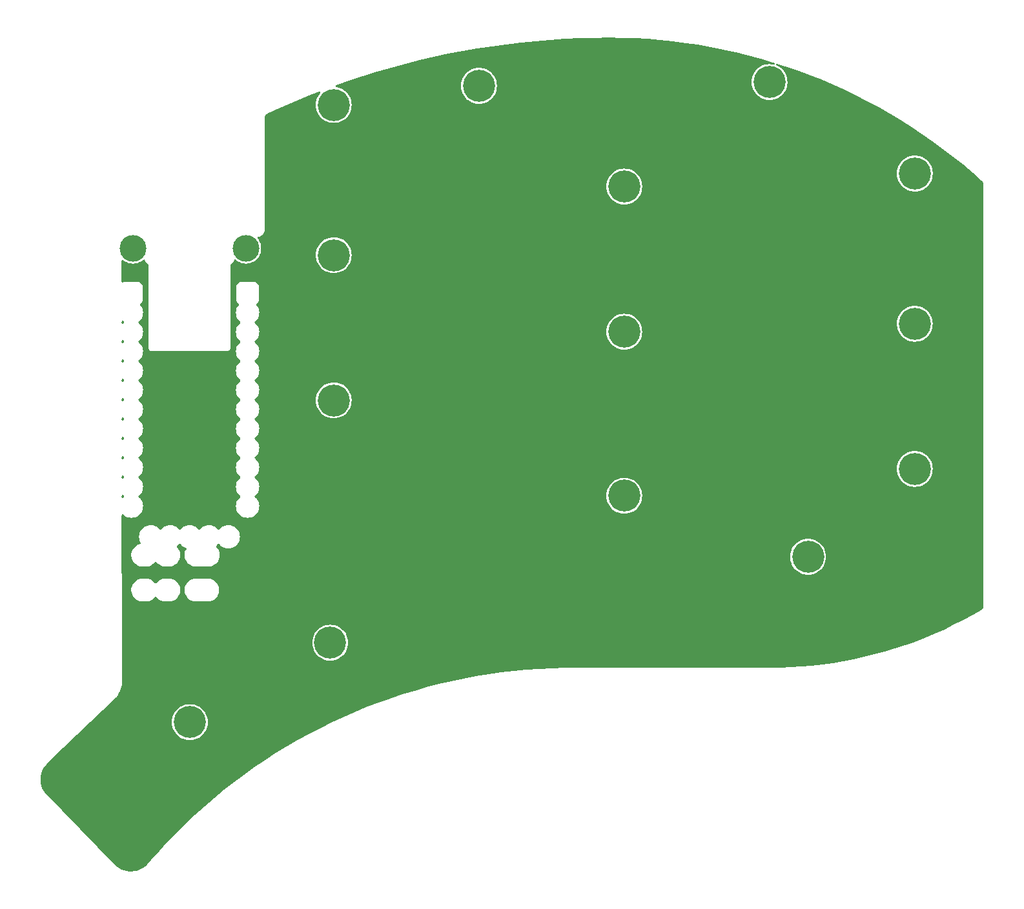
<source format=gtl>
%TF.GenerationSoftware,KiCad,Pcbnew,7.0.7-2.fc38*%
%TF.CreationDate,2023-10-04T19:59:21+05:30*%
%TF.ProjectId,bottom_plate,626f7474-6f6d-45f7-906c-6174652e6b69,rev?*%
%TF.SameCoordinates,Original*%
%TF.FileFunction,Copper,L1,Top*%
%TF.FilePolarity,Positive*%
%FSLAX46Y46*%
G04 Gerber Fmt 4.6, Leading zero omitted, Abs format (unit mm)*
G04 Created by KiCad (PCBNEW 7.0.7-2.fc38) date 2023-10-04 19:59:21*
%MOMM*%
%LPD*%
G01*
G04 APERTURE LIST*
%TA.AperFunction,ComponentPad*%
%ADD10C,4.200000*%
%TD*%
%TA.AperFunction,ComponentPad*%
%ADD11C,3.500000*%
%TD*%
G04 APERTURE END LIST*
D10*
%TO.P,H103,*%
%TO.N,*%
X140906339Y-83435489D03*
%TD*%
%TO.P,H102,*%
%TO.N,*%
X140906350Y-64385490D03*
%TD*%
%TO.P,H18,*%
%TO.N,*%
X45829990Y-116671093D03*
%TD*%
%TO.P,H110,*%
%TO.N,*%
X64706339Y-35666056D03*
%TD*%
D11*
%TO.P,H115,*%
%TO.N,*%
X53181889Y-54480531D03*
%TD*%
D10*
%TO.P,H108,*%
%TO.N,*%
X102806338Y-86959989D03*
%TD*%
%TO.P,H105,*%
%TO.N,*%
X126906338Y-94960499D03*
%TD*%
%TO.P,H112,*%
%TO.N,*%
X64706342Y-74434994D03*
%TD*%
%TO.P,H113,*%
%TO.N,*%
X64247990Y-106243093D03*
%TD*%
D11*
%TO.P,H116,*%
%TO.N,*%
X38400564Y-54480077D03*
%TD*%
D10*
%TO.P,H104,*%
%TO.N,*%
X121856340Y-32666056D03*
%TD*%
%TO.P,H107,*%
%TO.N,*%
X102806347Y-65434996D03*
%TD*%
%TO.P,H101,*%
%TO.N,*%
X140906345Y-44666058D03*
%TD*%
%TO.P,H109,*%
%TO.N,*%
X83756337Y-33166058D03*
%TD*%
%TO.P,H111,*%
%TO.N,*%
X64706336Y-55384996D03*
%TD*%
%TO.P,H106,*%
%TO.N,*%
X102806346Y-46384994D03*
%TD*%
%TA.AperFunction,NonConductor*%
G36*
X37109034Y-64012554D02*
G01*
X37197191Y-64087847D01*
X37236001Y-64147297D01*
X37236508Y-64218292D01*
X37198551Y-64278291D01*
X37197191Y-64279469D01*
X37109036Y-64354760D01*
X37044246Y-64383791D01*
X36974046Y-64373186D01*
X36920724Y-64326311D01*
X36901206Y-64258951D01*
X36901206Y-64255220D01*
X36901204Y-64108364D01*
X36921205Y-64040246D01*
X36974860Y-63993752D01*
X37045134Y-63983647D01*
X37109034Y-64012554D01*
G37*
%TD.AperFunction*%
%TA.AperFunction,NonConductor*%
G36*
X37109055Y-66552571D02*
G01*
X37197191Y-66627847D01*
X37236000Y-66687298D01*
X37236506Y-66758293D01*
X37198550Y-66818291D01*
X37197191Y-66819469D01*
X37109057Y-66894743D01*
X37044267Y-66923774D01*
X36974067Y-66913169D01*
X36920745Y-66866295D01*
X36901226Y-66798934D01*
X36901224Y-66648381D01*
X36921225Y-66580263D01*
X36974880Y-66533769D01*
X37045154Y-66523664D01*
X37109055Y-66552571D01*
G37*
%TD.AperFunction*%
%TA.AperFunction,NonConductor*%
G36*
X37109074Y-69092588D02*
G01*
X37197191Y-69167847D01*
X37236001Y-69227297D01*
X37236507Y-69298292D01*
X37198551Y-69358291D01*
X37197191Y-69359469D01*
X37109076Y-69434726D01*
X37044286Y-69463757D01*
X36974086Y-69453152D01*
X36920764Y-69406277D01*
X36901246Y-69338917D01*
X36901244Y-69188398D01*
X36921245Y-69120280D01*
X36974900Y-69073786D01*
X37045174Y-69063681D01*
X37109074Y-69092588D01*
G37*
%TD.AperFunction*%
%TA.AperFunction,NonConductor*%
G36*
X37109094Y-71632605D02*
G01*
X37197191Y-71707847D01*
X37236001Y-71767297D01*
X37236507Y-71838292D01*
X37198551Y-71898291D01*
X37197191Y-71899469D01*
X37109096Y-71974709D01*
X37044307Y-72003740D01*
X36974107Y-71993135D01*
X36920784Y-71946260D01*
X36901266Y-71878900D01*
X36901264Y-71728415D01*
X36921265Y-71660297D01*
X36974920Y-71613803D01*
X37045194Y-71603698D01*
X37109094Y-71632605D01*
G37*
%TD.AperFunction*%
%TA.AperFunction,NonConductor*%
G36*
X37109115Y-74172622D02*
G01*
X37197192Y-74247847D01*
X37236001Y-74307298D01*
X37236507Y-74378292D01*
X37198551Y-74438291D01*
X37197191Y-74439469D01*
X37109116Y-74514692D01*
X37044327Y-74543723D01*
X36974127Y-74533118D01*
X36920804Y-74486243D01*
X36901286Y-74418883D01*
X36901284Y-74268432D01*
X36921285Y-74200314D01*
X36974940Y-74153820D01*
X37045214Y-74143715D01*
X37109115Y-74172622D01*
G37*
%TD.AperFunction*%
%TA.AperFunction,NonConductor*%
G36*
X37109135Y-76712639D02*
G01*
X37197192Y-76787847D01*
X37236001Y-76847298D01*
X37236507Y-76918292D01*
X37198551Y-76978291D01*
X37197191Y-76979469D01*
X37109136Y-77054675D01*
X37044347Y-77083706D01*
X36974147Y-77073101D01*
X36920824Y-77026226D01*
X36901306Y-76958866D01*
X36901304Y-76808449D01*
X36921305Y-76740331D01*
X36974960Y-76693837D01*
X37045234Y-76683732D01*
X37109135Y-76712639D01*
G37*
%TD.AperFunction*%
%TA.AperFunction,NonConductor*%
G36*
X37109153Y-79252655D02*
G01*
X37141578Y-79280348D01*
X37197192Y-79327847D01*
X37236001Y-79387298D01*
X37236507Y-79458292D01*
X37198551Y-79518291D01*
X37197191Y-79519469D01*
X37109156Y-79594658D01*
X37044367Y-79623689D01*
X36974167Y-79613084D01*
X36920844Y-79566209D01*
X36901326Y-79498849D01*
X36901324Y-79348466D01*
X36921325Y-79280348D01*
X36974980Y-79233854D01*
X37045254Y-79223749D01*
X37109153Y-79252655D01*
G37*
%TD.AperFunction*%
%TA.AperFunction,NonConductor*%
G36*
X37109173Y-81792672D02*
G01*
X37197192Y-81867847D01*
X37236001Y-81927298D01*
X37236507Y-81998293D01*
X37198551Y-82058291D01*
X37197191Y-82059470D01*
X37109176Y-82134641D01*
X37044386Y-82163671D01*
X36974186Y-82153066D01*
X36920864Y-82106191D01*
X36901346Y-82038831D01*
X36901344Y-81888483D01*
X36921345Y-81820365D01*
X36975000Y-81773871D01*
X37045274Y-81763766D01*
X37109173Y-81792672D01*
G37*
%TD.AperFunction*%
%TA.AperFunction,NonConductor*%
G36*
X37109194Y-84332691D02*
G01*
X37197191Y-84407847D01*
X37236000Y-84467297D01*
X37236508Y-84538292D01*
X37198552Y-84598291D01*
X37197219Y-84599444D01*
X37162124Y-84629419D01*
X37109196Y-84674624D01*
X37044406Y-84703654D01*
X36974206Y-84693049D01*
X36920884Y-84646174D01*
X36901366Y-84578814D01*
X36901364Y-84428501D01*
X36921365Y-84360383D01*
X36975020Y-84313889D01*
X37045294Y-84303784D01*
X37109194Y-84332691D01*
G37*
%TD.AperFunction*%
%TA.AperFunction,NonConductor*%
G36*
X37109214Y-86872708D02*
G01*
X37197191Y-86947847D01*
X37236000Y-87007297D01*
X37236508Y-87078292D01*
X37198552Y-87138291D01*
X37197191Y-87139470D01*
X37109216Y-87214607D01*
X37044426Y-87243637D01*
X36974226Y-87233032D01*
X36920904Y-87186157D01*
X36901386Y-87118797D01*
X36901384Y-86968518D01*
X36921385Y-86900400D01*
X36975040Y-86853906D01*
X37045314Y-86843801D01*
X37109214Y-86872708D01*
G37*
%TD.AperFunction*%
%TA.AperFunction,NonConductor*%
G36*
X102484083Y-26854370D02*
G01*
X104160681Y-26912251D01*
X105835504Y-27008686D01*
X107507665Y-27143625D01*
X109176279Y-27316995D01*
X110840463Y-27528705D01*
X112499337Y-27778643D01*
X114152022Y-28066676D01*
X115797643Y-28392653D01*
X117435330Y-28756401D01*
X119064216Y-29157727D01*
X120683438Y-29596418D01*
X122292140Y-30072243D01*
X122486895Y-30134755D01*
X122545642Y-30174617D01*
X122573513Y-30239915D01*
X122561656Y-30309914D01*
X122513837Y-30362392D01*
X122445238Y-30380686D01*
X122423805Y-30378304D01*
X122164336Y-30326692D01*
X122164318Y-30326689D01*
X121856343Y-30306504D01*
X121856337Y-30306504D01*
X121548361Y-30326689D01*
X121548346Y-30326691D01*
X121302914Y-30375512D01*
X121245643Y-30386904D01*
X121245641Y-30386904D01*
X121245634Y-30386906D01*
X120953386Y-30486111D01*
X120953372Y-30486117D01*
X120676566Y-30622621D01*
X120419940Y-30794094D01*
X120419934Y-30794099D01*
X120187884Y-30997600D01*
X119984383Y-31229650D01*
X119984378Y-31229656D01*
X119812905Y-31486282D01*
X119676401Y-31763088D01*
X119676395Y-31763102D01*
X119577190Y-32055350D01*
X119577188Y-32055360D01*
X119516975Y-32358062D01*
X119516973Y-32358077D01*
X119496788Y-32666052D01*
X119496788Y-32666059D01*
X119516973Y-32974034D01*
X119516975Y-32974049D01*
X119577188Y-33276751D01*
X119577190Y-33276761D01*
X119676395Y-33569009D01*
X119676401Y-33569023D01*
X119812905Y-33845829D01*
X119984378Y-34102455D01*
X119984383Y-34102461D01*
X120187884Y-34334511D01*
X120419934Y-34538012D01*
X120419940Y-34538017D01*
X120676566Y-34709490D01*
X120785282Y-34763102D01*
X120953379Y-34845998D01*
X121245643Y-34945208D01*
X121507304Y-34997256D01*
X121548346Y-35005420D01*
X121548348Y-35005420D01*
X121548357Y-35005422D01*
X121724347Y-35016956D01*
X121856337Y-35025608D01*
X121856340Y-35025608D01*
X121856343Y-35025608D01*
X121971833Y-35018038D01*
X122164323Y-35005422D01*
X122467037Y-34945208D01*
X122759301Y-34845998D01*
X122943844Y-34754991D01*
X123036113Y-34709490D01*
X123036116Y-34709488D01*
X123292744Y-34538014D01*
X123524795Y-34334511D01*
X123728298Y-34102460D01*
X123899772Y-33845832D01*
X123899772Y-33845831D01*
X123899774Y-33845829D01*
X123945275Y-33753560D01*
X124036282Y-33569017D01*
X124135492Y-33276753D01*
X124195706Y-32974039D01*
X124208322Y-32781549D01*
X124215892Y-32666059D01*
X124215892Y-32666052D01*
X124195706Y-32358077D01*
X124195706Y-32358073D01*
X124135492Y-32055359D01*
X124036282Y-31763095D01*
X123988380Y-31665959D01*
X123899774Y-31486282D01*
X123728301Y-31229656D01*
X123728296Y-31229650D01*
X123524795Y-30997600D01*
X123292745Y-30794099D01*
X123292739Y-30794094D01*
X123036113Y-30622621D01*
X122755602Y-30484290D01*
X122756445Y-30482578D01*
X122707170Y-30442875D01*
X122684747Y-30375512D01*
X122702301Y-30306720D01*
X122754261Y-30258339D01*
X122824129Y-30245730D01*
X122849173Y-30251037D01*
X123889470Y-30584949D01*
X125474583Y-31134266D01*
X127046639Y-31719903D01*
X128604807Y-32341549D01*
X130148261Y-32998876D01*
X131676186Y-33691535D01*
X133187772Y-34419161D01*
X134682219Y-35181367D01*
X136158736Y-35977751D01*
X137616542Y-36807891D01*
X139054866Y-37671347D01*
X140472945Y-38567663D01*
X141870029Y-39496364D01*
X143245379Y-40456959D01*
X144598267Y-41448939D01*
X145927977Y-42471780D01*
X147233805Y-43524939D01*
X148515060Y-44607860D01*
X149609541Y-45576951D01*
X149766188Y-45715651D01*
X149771587Y-45721049D01*
X149828537Y-45785337D01*
X149843709Y-45806529D01*
X149881787Y-45873386D01*
X149892275Y-45897247D01*
X149915781Y-45970503D01*
X149921135Y-45996012D01*
X149930101Y-46082535D01*
X149930437Y-46089055D01*
X149930414Y-46155384D01*
X149930439Y-46155760D01*
X149930441Y-60182449D01*
X149930439Y-86210258D01*
X149930439Y-86210259D01*
X149930445Y-101415563D01*
X149930443Y-101415622D01*
X149930446Y-101482460D01*
X149930121Y-101488860D01*
X149921488Y-101573496D01*
X149916320Y-101598555D01*
X149893670Y-101670483D01*
X149883548Y-101693979D01*
X149846833Y-101759854D01*
X149832170Y-101780826D01*
X149782901Y-101837927D01*
X149764307Y-101855501D01*
X149698918Y-101905778D01*
X149691934Y-101910443D01*
X148496442Y-102598450D01*
X147273201Y-103261535D01*
X146033470Y-103893248D01*
X144778050Y-104493179D01*
X143507756Y-105060939D01*
X142223414Y-105596159D01*
X140925855Y-106098493D01*
X139615923Y-106567613D01*
X138294467Y-107003216D01*
X136962344Y-107405020D01*
X135620419Y-107772763D01*
X134269563Y-108106206D01*
X132910652Y-108405135D01*
X131544568Y-108669353D01*
X130172197Y-108898691D01*
X128794431Y-109092999D01*
X127412162Y-109252151D01*
X126026287Y-109376043D01*
X124637707Y-109464597D01*
X123247322Y-109517753D01*
X121855243Y-109535487D01*
X95864104Y-109535150D01*
X95860709Y-109534933D01*
X95793653Y-109535149D01*
X95757891Y-109535149D01*
X95754635Y-109535269D01*
X94959898Y-109537814D01*
X94959898Y-109537815D01*
X93295140Y-109581052D01*
X91631797Y-109662170D01*
X89970732Y-109781126D01*
X88312805Y-109937860D01*
X86658875Y-110132290D01*
X85009798Y-110364316D01*
X83366431Y-110633816D01*
X81729623Y-110940652D01*
X80100223Y-111284664D01*
X78479076Y-111665675D01*
X76867020Y-112083487D01*
X75264893Y-112537882D01*
X73673523Y-113028627D01*
X72093735Y-113555466D01*
X70526349Y-114118127D01*
X68972175Y-114716318D01*
X67432020Y-115349729D01*
X65906681Y-116018032D01*
X64396948Y-116720881D01*
X62903605Y-117457911D01*
X61427424Y-118228741D01*
X59969171Y-119032971D01*
X58529601Y-119870184D01*
X57109460Y-120739947D01*
X55709484Y-121641809D01*
X54330398Y-122575303D01*
X52972917Y-123539945D01*
X51637744Y-124535235D01*
X50325572Y-125560658D01*
X49037079Y-126615681D01*
X47772934Y-127699760D01*
X46533792Y-128812331D01*
X45320294Y-129952818D01*
X44133069Y-131120631D01*
X42972734Y-132315164D01*
X41839888Y-133535798D01*
X40735119Y-134781902D01*
X40224326Y-135385162D01*
X40211128Y-135398574D01*
X39987135Y-135594529D01*
X39981873Y-135598661D01*
X39720651Y-135782235D01*
X39714981Y-135785786D01*
X39435776Y-135940647D01*
X39429761Y-135943576D01*
X39135715Y-136067981D01*
X39129424Y-136070257D01*
X38823852Y-136162801D01*
X38817356Y-136164398D01*
X38503698Y-136224042D01*
X38497069Y-136224941D01*
X38178857Y-136251013D01*
X38172170Y-136251205D01*
X38032810Y-136247801D01*
X37852986Y-136243410D01*
X37846323Y-136242893D01*
X37529760Y-136201320D01*
X37523183Y-136200098D01*
X37212819Y-136125217D01*
X37206408Y-136123305D01*
X36905706Y-136015953D01*
X36899537Y-136013373D01*
X36751998Y-135942273D01*
X36611920Y-135874768D01*
X36606057Y-135871548D01*
X36334740Y-135703243D01*
X36329250Y-135699419D01*
X36092688Y-135515292D01*
X36079412Y-135503355D01*
X26787351Y-125874216D01*
X26772128Y-125855008D01*
X26619987Y-125619084D01*
X26616515Y-125612978D01*
X26476534Y-125331363D01*
X26473769Y-125324925D01*
X26365974Y-125029461D01*
X26363947Y-125022766D01*
X26289684Y-124717137D01*
X26288414Y-124710256D01*
X26248613Y-124398294D01*
X26248113Y-124391300D01*
X26243260Y-124076834D01*
X26243542Y-124069832D01*
X26273701Y-123756762D01*
X26274755Y-123749868D01*
X26339551Y-123442092D01*
X26341372Y-123435336D01*
X26439994Y-123136699D01*
X26442559Y-123130174D01*
X26573793Y-122844347D01*
X26577060Y-122838167D01*
X26739281Y-122568702D01*
X26743207Y-122562935D01*
X26934385Y-122313200D01*
X26938954Y-122307876D01*
X27001762Y-122242427D01*
X27157871Y-122079760D01*
X27160856Y-122076881D01*
X27162271Y-122075517D01*
X27178869Y-122060047D01*
X27207346Y-122033506D01*
X27207351Y-122033497D01*
X27210982Y-122029096D01*
X27215852Y-122023832D01*
X27493703Y-121755815D01*
X32764994Y-116671096D01*
X43470438Y-116671096D01*
X43490623Y-116979071D01*
X43490625Y-116979086D01*
X43533566Y-117194963D01*
X43549872Y-117276936D01*
X43550838Y-117281788D01*
X43550840Y-117281798D01*
X43650045Y-117574046D01*
X43650051Y-117574060D01*
X43786555Y-117850866D01*
X43958028Y-118107492D01*
X43958033Y-118107498D01*
X44161534Y-118339548D01*
X44393584Y-118543049D01*
X44393590Y-118543054D01*
X44650216Y-118714527D01*
X44829893Y-118803133D01*
X44927029Y-118851035D01*
X45219293Y-118950245D01*
X45480954Y-119002293D01*
X45521996Y-119010457D01*
X45521998Y-119010457D01*
X45522007Y-119010459D01*
X45697997Y-119021993D01*
X45829987Y-119030645D01*
X45829990Y-119030645D01*
X45829993Y-119030645D01*
X45945483Y-119023075D01*
X46137973Y-119010459D01*
X46440687Y-118950245D01*
X46732951Y-118851035D01*
X46917494Y-118760028D01*
X47009763Y-118714527D01*
X47009766Y-118714525D01*
X47266394Y-118543051D01*
X47498445Y-118339548D01*
X47701948Y-118107497D01*
X47873422Y-117850869D01*
X47873422Y-117850868D01*
X47873424Y-117850866D01*
X47918925Y-117758597D01*
X48009932Y-117574054D01*
X48109142Y-117281790D01*
X48169356Y-116979076D01*
X48189542Y-116671093D01*
X48169356Y-116363110D01*
X48109142Y-116060396D01*
X48009932Y-115768132D01*
X47962030Y-115670996D01*
X47873424Y-115491319D01*
X47701951Y-115234693D01*
X47701946Y-115234687D01*
X47498445Y-115002637D01*
X47266395Y-114799136D01*
X47266389Y-114799131D01*
X47009763Y-114627658D01*
X46732957Y-114491154D01*
X46732951Y-114491151D01*
X46732946Y-114491149D01*
X46732943Y-114491148D01*
X46440695Y-114391943D01*
X46440689Y-114391941D01*
X46440687Y-114391941D01*
X46353860Y-114374669D01*
X46137983Y-114331728D01*
X46137968Y-114331726D01*
X45829993Y-114311541D01*
X45829987Y-114311541D01*
X45522011Y-114331726D01*
X45521996Y-114331728D01*
X45262706Y-114383305D01*
X45219293Y-114391941D01*
X45219291Y-114391941D01*
X45219284Y-114391943D01*
X44927036Y-114491148D01*
X44927022Y-114491154D01*
X44650216Y-114627658D01*
X44393590Y-114799131D01*
X44393584Y-114799136D01*
X44161534Y-115002637D01*
X43958033Y-115234687D01*
X43958028Y-115234693D01*
X43786555Y-115491319D01*
X43650051Y-115768125D01*
X43650045Y-115768139D01*
X43550840Y-116060387D01*
X43550838Y-116060397D01*
X43490625Y-116363099D01*
X43490623Y-116363114D01*
X43470438Y-116671089D01*
X43470438Y-116671096D01*
X32764994Y-116671096D01*
X36076539Y-113476759D01*
X36089123Y-113467061D01*
X36088972Y-113466873D01*
X36095410Y-113461698D01*
X36133926Y-113421404D01*
X36152385Y-113403599D01*
X36156655Y-113398103D01*
X36160861Y-113393227D01*
X36238404Y-113312158D01*
X36413152Y-113090794D01*
X36566209Y-112853914D01*
X36696207Y-112603636D01*
X36801982Y-112342198D01*
X36882590Y-112071937D01*
X36937309Y-111795270D01*
X36965651Y-111514672D01*
X36966243Y-111411621D01*
X36966387Y-111407739D01*
X36966602Y-111404546D01*
X36966606Y-111404523D01*
X36966479Y-111371161D01*
X36966864Y-111307771D01*
X36966861Y-111307762D01*
X36966695Y-111306431D01*
X36966203Y-111298820D01*
X36946983Y-106243096D01*
X61888438Y-106243096D01*
X61908623Y-106551071D01*
X61908625Y-106551086D01*
X61968838Y-106853788D01*
X61968840Y-106853798D01*
X62068045Y-107146046D01*
X62068051Y-107146060D01*
X62204555Y-107422866D01*
X62376028Y-107679492D01*
X62376033Y-107679498D01*
X62579534Y-107911548D01*
X62811584Y-108115049D01*
X62811590Y-108115054D01*
X63068216Y-108286527D01*
X63247893Y-108375133D01*
X63345029Y-108423035D01*
X63637293Y-108522245D01*
X63898954Y-108574293D01*
X63939996Y-108582457D01*
X63939998Y-108582457D01*
X63940007Y-108582459D01*
X64115997Y-108593993D01*
X64247987Y-108602645D01*
X64247990Y-108602645D01*
X64247993Y-108602645D01*
X64363483Y-108595075D01*
X64555973Y-108582459D01*
X64858687Y-108522245D01*
X65150951Y-108423035D01*
X65335494Y-108332028D01*
X65427763Y-108286527D01*
X65427766Y-108286525D01*
X65684394Y-108115051D01*
X65916445Y-107911548D01*
X66119948Y-107679497D01*
X66291422Y-107422869D01*
X66291422Y-107422868D01*
X66291424Y-107422866D01*
X66359978Y-107283851D01*
X66427932Y-107146054D01*
X66527142Y-106853790D01*
X66587356Y-106551076D01*
X66607542Y-106243093D01*
X66587356Y-105935110D01*
X66527142Y-105632396D01*
X66427932Y-105340132D01*
X66311704Y-105104444D01*
X66291424Y-105063319D01*
X66119951Y-104806693D01*
X66119946Y-104806687D01*
X65916445Y-104574637D01*
X65684395Y-104371136D01*
X65684389Y-104371131D01*
X65427763Y-104199658D01*
X65150957Y-104063154D01*
X65150951Y-104063151D01*
X65150946Y-104063149D01*
X65150943Y-104063148D01*
X64858695Y-103963943D01*
X64858689Y-103963941D01*
X64858687Y-103963941D01*
X64771860Y-103946669D01*
X64555983Y-103903728D01*
X64555968Y-103903726D01*
X64247993Y-103883541D01*
X64247987Y-103883541D01*
X63940011Y-103903726D01*
X63939996Y-103903728D01*
X63680706Y-103955305D01*
X63637293Y-103963941D01*
X63637291Y-103963941D01*
X63637284Y-103963943D01*
X63345036Y-104063148D01*
X63345022Y-104063154D01*
X63068216Y-104199658D01*
X62811590Y-104371131D01*
X62811584Y-104371136D01*
X62579534Y-104574637D01*
X62376033Y-104806687D01*
X62376028Y-104806693D01*
X62204555Y-105063319D01*
X62068051Y-105340125D01*
X62068045Y-105340139D01*
X61968840Y-105632387D01*
X61968838Y-105632397D01*
X61908625Y-105935099D01*
X61908623Y-105935114D01*
X61888438Y-106243089D01*
X61888438Y-106243096D01*
X36946983Y-106243096D01*
X36921153Y-99448691D01*
X38161974Y-99448691D01*
X38182827Y-99580352D01*
X38198922Y-99681972D01*
X38271899Y-99906572D01*
X38271905Y-99906590D01*
X38379123Y-100117017D01*
X38379132Y-100117034D01*
X38379142Y-100117048D01*
X38517955Y-100308107D01*
X38517957Y-100308109D01*
X38517959Y-100308112D01*
X38684955Y-100475108D01*
X38684958Y-100475110D01*
X38684961Y-100475113D01*
X38876037Y-100613938D01*
X39086477Y-100721163D01*
X39311100Y-100794148D01*
X39544376Y-100831096D01*
X39626669Y-100831096D01*
X39996575Y-100831096D01*
X40010268Y-100831096D01*
X40010295Y-100831104D01*
X40062467Y-100831104D01*
X40180556Y-100831104D01*
X40180559Y-100831104D01*
X40413836Y-100794157D01*
X40638462Y-100721173D01*
X40848904Y-100613947D01*
X41039982Y-100475122D01*
X41206990Y-100308114D01*
X41260541Y-100234406D01*
X41316759Y-100191056D01*
X41387495Y-100184979D01*
X41450287Y-100218110D01*
X41464410Y-100234409D01*
X41517956Y-100308109D01*
X41684955Y-100475108D01*
X41684958Y-100475110D01*
X41684961Y-100475113D01*
X41876037Y-100613938D01*
X42086477Y-100721163D01*
X42311100Y-100794148D01*
X42544376Y-100831096D01*
X42626669Y-100831096D01*
X42996575Y-100831096D01*
X43010268Y-100831096D01*
X43010295Y-100831104D01*
X43062467Y-100831104D01*
X43180556Y-100831104D01*
X43180559Y-100831104D01*
X43413836Y-100794157D01*
X43638462Y-100721173D01*
X43848904Y-100613947D01*
X44039982Y-100475122D01*
X44206990Y-100308114D01*
X44345816Y-100117036D01*
X44453041Y-99906594D01*
X44526027Y-99681969D01*
X44562974Y-99448692D01*
X44562974Y-99448689D01*
X45162004Y-99448689D01*
X45198949Y-99681960D01*
X45198950Y-99681965D01*
X45271928Y-99906572D01*
X45271930Y-99906579D01*
X45379151Y-100117016D01*
X45379176Y-100117050D01*
X45517972Y-100308091D01*
X45684971Y-100475096D01*
X45684972Y-100475097D01*
X45876042Y-100613923D01*
X46086467Y-100721147D01*
X46086470Y-100721148D01*
X46086476Y-100721151D01*
X46311093Y-100794139D01*
X46544363Y-100831093D01*
X46544371Y-100831093D01*
X46626116Y-100831094D01*
X46626133Y-100831096D01*
X46662452Y-100831096D01*
X46728344Y-100831098D01*
X46728347Y-100831096D01*
X46737107Y-100831097D01*
X46737136Y-100831096D01*
X48110252Y-100831096D01*
X48110272Y-100831102D01*
X48162452Y-100831103D01*
X48162452Y-100831104D01*
X48280547Y-100831108D01*
X48513829Y-100794166D01*
X48738460Y-100721186D01*
X48948909Y-100613963D01*
X49139993Y-100475138D01*
X49307006Y-100308129D01*
X49445837Y-100117050D01*
X49553067Y-99906605D01*
X49626055Y-99681976D01*
X49663004Y-99448695D01*
X49663004Y-99212505D01*
X49626055Y-98979224D01*
X49553067Y-98754595D01*
X49445837Y-98544150D01*
X49307006Y-98353071D01*
X49307005Y-98353070D01*
X49307000Y-98353064D01*
X49140003Y-98186071D01*
X49139997Y-98186066D01*
X49139993Y-98186062D01*
X48948909Y-98047237D01*
X48948906Y-98047235D01*
X48948904Y-98047234D01*
X48948903Y-98047233D01*
X48738465Y-97940016D01*
X48738454Y-97940011D01*
X48513831Y-97867034D01*
X48513829Y-97867033D01*
X48280551Y-97830092D01*
X48280547Y-97830092D01*
X48162452Y-97830096D01*
X46737136Y-97830096D01*
X46737107Y-97830094D01*
X46728344Y-97830094D01*
X46662452Y-97830096D01*
X46624736Y-97830096D01*
X46624483Y-97830104D01*
X46544361Y-97830106D01*
X46311095Y-97867060D01*
X46086479Y-97940048D01*
X46086467Y-97940052D01*
X45876042Y-98047276D01*
X45684972Y-98186102D01*
X45517970Y-98353111D01*
X45379151Y-98544183D01*
X45271930Y-98754620D01*
X45271928Y-98754627D01*
X45198950Y-98979234D01*
X45198949Y-98979239D01*
X45198949Y-98979240D01*
X45162004Y-99212511D01*
X45162004Y-99448689D01*
X44562974Y-99448689D01*
X44562974Y-99212508D01*
X44526027Y-98979231D01*
X44453041Y-98754606D01*
X44345816Y-98544164D01*
X44206990Y-98353086D01*
X44206987Y-98353083D01*
X44206985Y-98353080D01*
X44039983Y-98186078D01*
X43848906Y-98047254D01*
X43841035Y-98043244D01*
X43638462Y-97940027D01*
X43638459Y-97940026D01*
X43638457Y-97940025D01*
X43413839Y-97867044D01*
X43413836Y-97867043D01*
X43180559Y-97830096D01*
X43098267Y-97830096D01*
X42626669Y-97830096D01*
X42624538Y-97830096D01*
X42624311Y-97830104D01*
X42544376Y-97830104D01*
X42427737Y-97848578D01*
X42311097Y-97867052D01*
X42086478Y-97940036D01*
X41876033Y-98047264D01*
X41684958Y-98186089D01*
X41684955Y-98186091D01*
X41517959Y-98353087D01*
X41517954Y-98353093D01*
X41464409Y-98426791D01*
X41408187Y-98470144D01*
X41337450Y-98476219D01*
X41274659Y-98443087D01*
X41260544Y-98426797D01*
X41206990Y-98353086D01*
X41206987Y-98353083D01*
X41206985Y-98353080D01*
X41039983Y-98186078D01*
X40848906Y-98047254D01*
X40841035Y-98043244D01*
X40638462Y-97940027D01*
X40638459Y-97940026D01*
X40638457Y-97940025D01*
X40413839Y-97867044D01*
X40413836Y-97867043D01*
X40180559Y-97830096D01*
X40098267Y-97830096D01*
X39626669Y-97830096D01*
X39624538Y-97830096D01*
X39624311Y-97830104D01*
X39544376Y-97830104D01*
X39427737Y-97848578D01*
X39311097Y-97867052D01*
X39086478Y-97940036D01*
X38876033Y-98047264D01*
X38684958Y-98186089D01*
X38684955Y-98186091D01*
X38517959Y-98353087D01*
X38517957Y-98353090D01*
X38379132Y-98544165D01*
X38271906Y-98754608D01*
X38271903Y-98754614D01*
X38198922Y-98979227D01*
X38198921Y-98979232D01*
X38198921Y-98979233D01*
X38161974Y-99212509D01*
X38161974Y-99448691D01*
X36921153Y-99448691D01*
X36903665Y-94848691D01*
X38161974Y-94848691D01*
X38182827Y-94980352D01*
X38198922Y-95081972D01*
X38259521Y-95268477D01*
X38271905Y-95306590D01*
X38379123Y-95517017D01*
X38379132Y-95517034D01*
X38379142Y-95517048D01*
X38517955Y-95708107D01*
X38517956Y-95708109D01*
X38517957Y-95708109D01*
X38517959Y-95708112D01*
X38684955Y-95875108D01*
X38684958Y-95875110D01*
X38684961Y-95875113D01*
X38876037Y-96013938D01*
X39086477Y-96121163D01*
X39311100Y-96194148D01*
X39544376Y-96231096D01*
X39626669Y-96231096D01*
X39996575Y-96231096D01*
X40010268Y-96231096D01*
X40010295Y-96231104D01*
X40062467Y-96231104D01*
X40180556Y-96231104D01*
X40180559Y-96231104D01*
X40413836Y-96194157D01*
X40638462Y-96121173D01*
X40848904Y-96013947D01*
X41039982Y-95875122D01*
X41206990Y-95708114D01*
X41260541Y-95634406D01*
X41316759Y-95591056D01*
X41387495Y-95584979D01*
X41450287Y-95618110D01*
X41464410Y-95634409D01*
X41517956Y-95708109D01*
X41684955Y-95875108D01*
X41684958Y-95875110D01*
X41684961Y-95875113D01*
X41876037Y-96013938D01*
X42086477Y-96121163D01*
X42311100Y-96194148D01*
X42544376Y-96231096D01*
X42626669Y-96231096D01*
X42996575Y-96231096D01*
X43010268Y-96231096D01*
X43010295Y-96231104D01*
X43062467Y-96231104D01*
X43180556Y-96231104D01*
X43180559Y-96231104D01*
X43413836Y-96194157D01*
X43638462Y-96121173D01*
X43848904Y-96013947D01*
X44039982Y-95875122D01*
X44206990Y-95708114D01*
X44345816Y-95517036D01*
X44453041Y-95306594D01*
X44526027Y-95081969D01*
X44562974Y-94848692D01*
X44562974Y-94612508D01*
X44526027Y-94379231D01*
X44453041Y-94154606D01*
X44345816Y-93944164D01*
X44206990Y-93753086D01*
X44206987Y-93753083D01*
X44206985Y-93753080D01*
X44179159Y-93725254D01*
X44145133Y-93662942D01*
X44150198Y-93592127D01*
X44186421Y-93540350D01*
X44333584Y-93414662D01*
X44425746Y-93306753D01*
X44485196Y-93267945D01*
X44556191Y-93267437D01*
X44616190Y-93305393D01*
X44617368Y-93306754D01*
X44709529Y-93414662D01*
X44837657Y-93524093D01*
X44892118Y-93570607D01*
X45096853Y-93696068D01*
X45308416Y-93783700D01*
X45363695Y-93828247D01*
X45386116Y-93895611D01*
X45372463Y-93957310D01*
X45271930Y-94154620D01*
X45271928Y-94154627D01*
X45198950Y-94379234D01*
X45198949Y-94379239D01*
X45198949Y-94379240D01*
X45162004Y-94612511D01*
X45162004Y-94848689D01*
X45198949Y-95081960D01*
X45198950Y-95081965D01*
X45271928Y-95306572D01*
X45271930Y-95306579D01*
X45379151Y-95517016D01*
X45379176Y-95517050D01*
X45517972Y-95708091D01*
X45673327Y-95863452D01*
X45684972Y-95875097D01*
X45876042Y-96013923D01*
X46086467Y-96121147D01*
X46086470Y-96121148D01*
X46086476Y-96121151D01*
X46311093Y-96194139D01*
X46544363Y-96231093D01*
X46544371Y-96231093D01*
X46626116Y-96231094D01*
X46626133Y-96231096D01*
X46662452Y-96231096D01*
X46728344Y-96231098D01*
X46728347Y-96231096D01*
X46737107Y-96231097D01*
X46737136Y-96231096D01*
X48210252Y-96231096D01*
X48210272Y-96231102D01*
X48262452Y-96231103D01*
X48262452Y-96231104D01*
X48380547Y-96231108D01*
X48613829Y-96194166D01*
X48838460Y-96121186D01*
X49048909Y-96013963D01*
X49239993Y-95875138D01*
X49407006Y-95708129D01*
X49545837Y-95517050D01*
X49653067Y-95306605D01*
X49726055Y-95081976D01*
X49745295Y-94960502D01*
X124546786Y-94960502D01*
X124566971Y-95268477D01*
X124566973Y-95268492D01*
X124609910Y-95484342D01*
X124616413Y-95517039D01*
X124627186Y-95571194D01*
X124627188Y-95571204D01*
X124726393Y-95863452D01*
X124726399Y-95863466D01*
X124862903Y-96140272D01*
X125034376Y-96396898D01*
X125034381Y-96396904D01*
X125237882Y-96628954D01*
X125469932Y-96832455D01*
X125469938Y-96832460D01*
X125726564Y-97003933D01*
X125906241Y-97092539D01*
X126003377Y-97140441D01*
X126295641Y-97239651D01*
X126557302Y-97291699D01*
X126598344Y-97299863D01*
X126598346Y-97299863D01*
X126598355Y-97299865D01*
X126774345Y-97311399D01*
X126906335Y-97320051D01*
X126906338Y-97320051D01*
X126906341Y-97320051D01*
X127021831Y-97312481D01*
X127214321Y-97299865D01*
X127517035Y-97239651D01*
X127809299Y-97140441D01*
X127993842Y-97049434D01*
X128086111Y-97003933D01*
X128086114Y-97003931D01*
X128342742Y-96832457D01*
X128574793Y-96628954D01*
X128778296Y-96396903D01*
X128949770Y-96140275D01*
X128949770Y-96140274D01*
X128949772Y-96140272D01*
X128995273Y-96048003D01*
X129086280Y-95863460D01*
X129185490Y-95571196D01*
X129245704Y-95268482D01*
X129258320Y-95075992D01*
X129265890Y-94960502D01*
X129265890Y-94960495D01*
X129245704Y-94652520D01*
X129245704Y-94652516D01*
X129185490Y-94349802D01*
X129086280Y-94057538D01*
X129030363Y-93944150D01*
X128949772Y-93780725D01*
X128778299Y-93524099D01*
X128778294Y-93524093D01*
X128574793Y-93292043D01*
X128342743Y-93088542D01*
X128342737Y-93088537D01*
X128086111Y-92917064D01*
X127809305Y-92780560D01*
X127809299Y-92780557D01*
X127809294Y-92780555D01*
X127809291Y-92780554D01*
X127517043Y-92681349D01*
X127517037Y-92681347D01*
X127517035Y-92681347D01*
X127430208Y-92664075D01*
X127214331Y-92621134D01*
X127214316Y-92621132D01*
X126906341Y-92600947D01*
X126906335Y-92600947D01*
X126598359Y-92621132D01*
X126598344Y-92621134D01*
X126339054Y-92672711D01*
X126295641Y-92681347D01*
X126295639Y-92681347D01*
X126295632Y-92681349D01*
X126003384Y-92780554D01*
X126003370Y-92780560D01*
X125726564Y-92917064D01*
X125469938Y-93088537D01*
X125469932Y-93088542D01*
X125237882Y-93292043D01*
X125034381Y-93524093D01*
X125034376Y-93524099D01*
X124862903Y-93780725D01*
X124726399Y-94057531D01*
X124726393Y-94057545D01*
X124627188Y-94349793D01*
X124627186Y-94349803D01*
X124566973Y-94652505D01*
X124566971Y-94652520D01*
X124546786Y-94960495D01*
X124546786Y-94960502D01*
X49745295Y-94960502D01*
X49763004Y-94848695D01*
X49763004Y-94612505D01*
X49726055Y-94379224D01*
X49653067Y-94154595D01*
X49545837Y-93944150D01*
X49407006Y-93753071D01*
X49407005Y-93753070D01*
X49407000Y-93753064D01*
X49323898Y-93669964D01*
X49289872Y-93607653D01*
X49294936Y-93536837D01*
X49331160Y-93485058D01*
X49413584Y-93414662D01*
X49505746Y-93306753D01*
X49565196Y-93267945D01*
X49636191Y-93267437D01*
X49696190Y-93305393D01*
X49697368Y-93306754D01*
X49789529Y-93414662D01*
X49917657Y-93524093D01*
X49972118Y-93570607D01*
X50176853Y-93696068D01*
X50398694Y-93787958D01*
X50632178Y-93844012D01*
X50871557Y-93862852D01*
X51110936Y-93844012D01*
X51344420Y-93787958D01*
X51566261Y-93696068D01*
X51770996Y-93570607D01*
X51953584Y-93414662D01*
X52109529Y-93232074D01*
X52234990Y-93027339D01*
X52326880Y-92805498D01*
X52382934Y-92572014D01*
X52401774Y-92332635D01*
X52382934Y-92093256D01*
X52326880Y-91859772D01*
X52234990Y-91637931D01*
X52109529Y-91433196D01*
X52109526Y-91433192D01*
X51953584Y-91250607D01*
X51770999Y-91094665D01*
X51770992Y-91094660D01*
X51650953Y-91021101D01*
X51566261Y-90969202D01*
X51344420Y-90877312D01*
X51344418Y-90877311D01*
X51184697Y-90838966D01*
X51110936Y-90821258D01*
X50871557Y-90802418D01*
X50871556Y-90802418D01*
X50632178Y-90821258D01*
X50398695Y-90877311D01*
X50176851Y-90969203D01*
X49972121Y-91094660D01*
X49972114Y-91094665D01*
X49789532Y-91250605D01*
X49697368Y-91358516D01*
X49637918Y-91397325D01*
X49566923Y-91397831D01*
X49506924Y-91359875D01*
X49505746Y-91358516D01*
X49413581Y-91250605D01*
X49230999Y-91094665D01*
X49230992Y-91094660D01*
X49110953Y-91021101D01*
X49026261Y-90969202D01*
X48804420Y-90877312D01*
X48804418Y-90877311D01*
X48644697Y-90838966D01*
X48570936Y-90821258D01*
X48331557Y-90802418D01*
X48092178Y-90821258D01*
X47858695Y-90877311D01*
X47636851Y-90969203D01*
X47432121Y-91094660D01*
X47432114Y-91094665D01*
X47249532Y-91250605D01*
X47157368Y-91358516D01*
X47097918Y-91397325D01*
X47026923Y-91397831D01*
X46966924Y-91359875D01*
X46965746Y-91358516D01*
X46873581Y-91250605D01*
X46690999Y-91094665D01*
X46690992Y-91094660D01*
X46570953Y-91021101D01*
X46486261Y-90969202D01*
X46264420Y-90877312D01*
X46264418Y-90877311D01*
X46104697Y-90838966D01*
X46030936Y-90821258D01*
X45791557Y-90802418D01*
X45791556Y-90802418D01*
X45552178Y-90821258D01*
X45318695Y-90877311D01*
X45096851Y-90969203D01*
X44892121Y-91094660D01*
X44892114Y-91094665D01*
X44709532Y-91250605D01*
X44617368Y-91358516D01*
X44557918Y-91397325D01*
X44486923Y-91397831D01*
X44426924Y-91359875D01*
X44425746Y-91358516D01*
X44333581Y-91250605D01*
X44150999Y-91094665D01*
X44150992Y-91094660D01*
X44030953Y-91021101D01*
X43946261Y-90969202D01*
X43724420Y-90877312D01*
X43724418Y-90877311D01*
X43564697Y-90838966D01*
X43490936Y-90821258D01*
X43251557Y-90802418D01*
X43012178Y-90821258D01*
X42778695Y-90877311D01*
X42556851Y-90969203D01*
X42352121Y-91094660D01*
X42352114Y-91094665D01*
X42169532Y-91250605D01*
X42077368Y-91358516D01*
X42017918Y-91397325D01*
X41946923Y-91397831D01*
X41886924Y-91359875D01*
X41885746Y-91358516D01*
X41793581Y-91250605D01*
X41610999Y-91094665D01*
X41610992Y-91094660D01*
X41490953Y-91021101D01*
X41406261Y-90969202D01*
X41184420Y-90877312D01*
X41184418Y-90877311D01*
X41024697Y-90838966D01*
X40950936Y-90821258D01*
X40711557Y-90802418D01*
X40711556Y-90802418D01*
X40472178Y-90821258D01*
X40238695Y-90877311D01*
X40016851Y-90969203D01*
X39812121Y-91094660D01*
X39812114Y-91094665D01*
X39629529Y-91250607D01*
X39473587Y-91433192D01*
X39473582Y-91433199D01*
X39348125Y-91637929D01*
X39256233Y-91859773D01*
X39200180Y-92093256D01*
X39181340Y-92332634D01*
X39200180Y-92572013D01*
X39256233Y-92805496D01*
X39348125Y-93027341D01*
X39380969Y-93080938D01*
X39399507Y-93149472D01*
X39378050Y-93217148D01*
X39323411Y-93262481D01*
X39312473Y-93266605D01*
X39086478Y-93340036D01*
X38876033Y-93447264D01*
X38684958Y-93586089D01*
X38684955Y-93586091D01*
X38517959Y-93753087D01*
X38517957Y-93753090D01*
X38379132Y-93944165D01*
X38271906Y-94154608D01*
X38271903Y-94154614D01*
X38198922Y-94379227D01*
X38198921Y-94379232D01*
X38198921Y-94379233D01*
X38161974Y-94612509D01*
X38161974Y-94848691D01*
X36903665Y-94848691D01*
X36901442Y-94263854D01*
X36901404Y-89508534D01*
X36921406Y-89440416D01*
X36975061Y-89393923D01*
X37045335Y-89383818D01*
X37109234Y-89412725D01*
X37271868Y-89551627D01*
X37271872Y-89551630D01*
X37476607Y-89677091D01*
X37698448Y-89768981D01*
X37931932Y-89825035D01*
X38171311Y-89843875D01*
X38410690Y-89825035D01*
X38644174Y-89768981D01*
X38866015Y-89677091D01*
X39070750Y-89551630D01*
X39253338Y-89395685D01*
X39409283Y-89213097D01*
X39534744Y-89008362D01*
X39626634Y-88786521D01*
X39682688Y-88553037D01*
X39701528Y-88313658D01*
X51881094Y-88313658D01*
X51899934Y-88553036D01*
X51955987Y-88786519D01*
X51955988Y-88786521D01*
X52047878Y-89008362D01*
X52047879Y-89008363D01*
X52173336Y-89213093D01*
X52173341Y-89213100D01*
X52329283Y-89395685D01*
X52511868Y-89551627D01*
X52511872Y-89551630D01*
X52716607Y-89677091D01*
X52938448Y-89768981D01*
X53171932Y-89825035D01*
X53411311Y-89843875D01*
X53650690Y-89825035D01*
X53884174Y-89768981D01*
X54106015Y-89677091D01*
X54310750Y-89551630D01*
X54493338Y-89395685D01*
X54649283Y-89213097D01*
X54774744Y-89008362D01*
X54866634Y-88786521D01*
X54922688Y-88553037D01*
X54941528Y-88313658D01*
X54922688Y-88074279D01*
X54866634Y-87840795D01*
X54774744Y-87618954D01*
X54649283Y-87414219D01*
X54524385Y-87267982D01*
X54493338Y-87231630D01*
X54385430Y-87139469D01*
X54346621Y-87080019D01*
X54346113Y-87009024D01*
X54377131Y-86959992D01*
X100446786Y-86959992D01*
X100466971Y-87267967D01*
X100466973Y-87267982D01*
X100527186Y-87570684D01*
X100527188Y-87570694D01*
X100626393Y-87862942D01*
X100626399Y-87862956D01*
X100762903Y-88139762D01*
X100934376Y-88396388D01*
X100934381Y-88396394D01*
X101137882Y-88628444D01*
X101369932Y-88831945D01*
X101369938Y-88831950D01*
X101626564Y-89003423D01*
X101806241Y-89092029D01*
X101903377Y-89139931D01*
X102195641Y-89239141D01*
X102457302Y-89291189D01*
X102498344Y-89299353D01*
X102498346Y-89299353D01*
X102498355Y-89299355D01*
X102674345Y-89310889D01*
X102806335Y-89319541D01*
X102806338Y-89319541D01*
X102806341Y-89319541D01*
X102921831Y-89311971D01*
X103114321Y-89299355D01*
X103417035Y-89239141D01*
X103709299Y-89139931D01*
X103893842Y-89048924D01*
X103986111Y-89003423D01*
X103986114Y-89003421D01*
X104242742Y-88831947D01*
X104474793Y-88628444D01*
X104678296Y-88396393D01*
X104849770Y-88139765D01*
X104849770Y-88139764D01*
X104849772Y-88139762D01*
X104946912Y-87942780D01*
X104986280Y-87862950D01*
X105085490Y-87570686D01*
X105145704Y-87267972D01*
X105165890Y-86959989D01*
X105165171Y-86949025D01*
X105155796Y-86805997D01*
X105145704Y-86652006D01*
X105085490Y-86349292D01*
X104986280Y-86057028D01*
X104938378Y-85959892D01*
X104849772Y-85780215D01*
X104678299Y-85523589D01*
X104678294Y-85523583D01*
X104639128Y-85478923D01*
X104572353Y-85402780D01*
X104474793Y-85291533D01*
X104242743Y-85088032D01*
X104242737Y-85088027D01*
X103986111Y-84916554D01*
X103709305Y-84780050D01*
X103709299Y-84780047D01*
X103709294Y-84780045D01*
X103709291Y-84780044D01*
X103417043Y-84680839D01*
X103417037Y-84680837D01*
X103417035Y-84680837D01*
X103330208Y-84663565D01*
X103114331Y-84620624D01*
X103114316Y-84620622D01*
X102806341Y-84600437D01*
X102806335Y-84600437D01*
X102498359Y-84620622D01*
X102498344Y-84620624D01*
X102239054Y-84672201D01*
X102195641Y-84680837D01*
X102195639Y-84680837D01*
X102195632Y-84680839D01*
X101903384Y-84780044D01*
X101903370Y-84780050D01*
X101626564Y-84916554D01*
X101369938Y-85088027D01*
X101369932Y-85088032D01*
X101137882Y-85291533D01*
X100934381Y-85523583D01*
X100934376Y-85523589D01*
X100762903Y-85780215D01*
X100626399Y-86057021D01*
X100626393Y-86057035D01*
X100527188Y-86349283D01*
X100527186Y-86349293D01*
X100466973Y-86651995D01*
X100466971Y-86652010D01*
X100446786Y-86959985D01*
X100446786Y-86959992D01*
X54377131Y-86959992D01*
X54384069Y-86949025D01*
X54385430Y-86947847D01*
X54440984Y-86900400D01*
X54493338Y-86855685D01*
X54649283Y-86673097D01*
X54774744Y-86468362D01*
X54866634Y-86246521D01*
X54922688Y-86013037D01*
X54941528Y-85773658D01*
X54922688Y-85534279D01*
X54866634Y-85300795D01*
X54774744Y-85078954D01*
X54649283Y-84874219D01*
X54649280Y-84874215D01*
X54493338Y-84691630D01*
X54403921Y-84615262D01*
X54385429Y-84599468D01*
X54346621Y-84540019D01*
X54346113Y-84469024D01*
X54384069Y-84409025D01*
X54385430Y-84407847D01*
X54493338Y-84315685D01*
X54649280Y-84133100D01*
X54649283Y-84133097D01*
X54774744Y-83928362D01*
X54866634Y-83706521D01*
X54922688Y-83473037D01*
X54925643Y-83435492D01*
X138546787Y-83435492D01*
X138566972Y-83743467D01*
X138566974Y-83743482D01*
X138627187Y-84046184D01*
X138627189Y-84046194D01*
X138726394Y-84338442D01*
X138726400Y-84338456D01*
X138862904Y-84615262D01*
X139034377Y-84871888D01*
X139034380Y-84871891D01*
X139034381Y-84871893D01*
X139056675Y-84897314D01*
X139237883Y-85103944D01*
X139469933Y-85307445D01*
X139469939Y-85307450D01*
X139726565Y-85478923D01*
X139906242Y-85567529D01*
X140003378Y-85615431D01*
X140295642Y-85714641D01*
X140557303Y-85766689D01*
X140598345Y-85774853D01*
X140598347Y-85774853D01*
X140598356Y-85774855D01*
X140774346Y-85786389D01*
X140906336Y-85795041D01*
X140906339Y-85795041D01*
X140906342Y-85795041D01*
X141021832Y-85787471D01*
X141214322Y-85774855D01*
X141517036Y-85714641D01*
X141809300Y-85615431D01*
X142020238Y-85511408D01*
X142086112Y-85478923D01*
X142086115Y-85478921D01*
X142342743Y-85307447D01*
X142574794Y-85103944D01*
X142778297Y-84871893D01*
X142949771Y-84615265D01*
X142949771Y-84615264D01*
X142949773Y-84615262D01*
X143021889Y-84469024D01*
X143086281Y-84338450D01*
X143185491Y-84046186D01*
X143245705Y-83743472D01*
X143265891Y-83435489D01*
X143245705Y-83127506D01*
X143185491Y-82824792D01*
X143086281Y-82532528D01*
X143014230Y-82386422D01*
X142949773Y-82255715D01*
X142778300Y-81999089D01*
X142778295Y-81999083D01*
X142777600Y-81998291D01*
X142715340Y-81927296D01*
X142574794Y-81767033D01*
X142342744Y-81563532D01*
X142342738Y-81563527D01*
X142086112Y-81392054D01*
X141809306Y-81255550D01*
X141809300Y-81255547D01*
X141809295Y-81255545D01*
X141809292Y-81255544D01*
X141517044Y-81156339D01*
X141517038Y-81156337D01*
X141517036Y-81156337D01*
X141430209Y-81139065D01*
X141214332Y-81096124D01*
X141214317Y-81096122D01*
X140906342Y-81075937D01*
X140906336Y-81075937D01*
X140598360Y-81096122D01*
X140598345Y-81096124D01*
X140339055Y-81147701D01*
X140295642Y-81156337D01*
X140295640Y-81156337D01*
X140295633Y-81156339D01*
X140003385Y-81255544D01*
X140003371Y-81255550D01*
X139726565Y-81392054D01*
X139469939Y-81563527D01*
X139469933Y-81563532D01*
X139237883Y-81767033D01*
X139034382Y-81999083D01*
X139034377Y-81999089D01*
X138862904Y-82255715D01*
X138726400Y-82532521D01*
X138726394Y-82532535D01*
X138627189Y-82824783D01*
X138627187Y-82824793D01*
X138566974Y-83127495D01*
X138566972Y-83127510D01*
X138546787Y-83435485D01*
X138546787Y-83435492D01*
X54925643Y-83435492D01*
X54941528Y-83233658D01*
X54922688Y-82994279D01*
X54866634Y-82760795D01*
X54774744Y-82538954D01*
X54649283Y-82334219D01*
X54582234Y-82255715D01*
X54493340Y-82151633D01*
X54440134Y-82106191D01*
X54385428Y-82059467D01*
X54346620Y-82000017D01*
X54346114Y-81929023D01*
X54384070Y-81869024D01*
X54385257Y-81867994D01*
X54493338Y-81775685D01*
X54649283Y-81593097D01*
X54774744Y-81388362D01*
X54866634Y-81166521D01*
X54922688Y-80933037D01*
X54941528Y-80693658D01*
X54922688Y-80454279D01*
X54866634Y-80220795D01*
X54774744Y-79998954D01*
X54649283Y-79794219D01*
X54503637Y-79623689D01*
X54493338Y-79611630D01*
X54385430Y-79519469D01*
X54346621Y-79460019D01*
X54346113Y-79389024D01*
X54384069Y-79329025D01*
X54385430Y-79327847D01*
X54473468Y-79252656D01*
X54493338Y-79235685D01*
X54649283Y-79053097D01*
X54774744Y-78848362D01*
X54866634Y-78626521D01*
X54922688Y-78393037D01*
X54941528Y-78153658D01*
X54922688Y-77914279D01*
X54866634Y-77680795D01*
X54774744Y-77458954D01*
X54649283Y-77254219D01*
X54649280Y-77254215D01*
X54493338Y-77071630D01*
X54385430Y-76979469D01*
X54346621Y-76920019D01*
X54346113Y-76849024D01*
X54384069Y-76789025D01*
X54385430Y-76787847D01*
X54493338Y-76695685D01*
X54503547Y-76683732D01*
X54649283Y-76513097D01*
X54774744Y-76308362D01*
X54866634Y-76086521D01*
X54922688Y-75853037D01*
X54941528Y-75613658D01*
X54922688Y-75374279D01*
X54866634Y-75140795D01*
X54774744Y-74918954D01*
X54649283Y-74714219D01*
X54503666Y-74543723D01*
X54493338Y-74531630D01*
X54385430Y-74439469D01*
X54382511Y-74434997D01*
X62346790Y-74434997D01*
X62366975Y-74742972D01*
X62366977Y-74742987D01*
X62427190Y-75045689D01*
X62427192Y-75045699D01*
X62526397Y-75337947D01*
X62526403Y-75337961D01*
X62662907Y-75614767D01*
X62834380Y-75871393D01*
X62834385Y-75871399D01*
X63037886Y-76103449D01*
X63269936Y-76306950D01*
X63269942Y-76306955D01*
X63526568Y-76478428D01*
X63706245Y-76567034D01*
X63803381Y-76614936D01*
X64041252Y-76695682D01*
X64091205Y-76712639D01*
X64095645Y-76714146D01*
X64357306Y-76766194D01*
X64398348Y-76774358D01*
X64398350Y-76774358D01*
X64398359Y-76774360D01*
X64574349Y-76785894D01*
X64706339Y-76794546D01*
X64706342Y-76794546D01*
X64706345Y-76794546D01*
X64821835Y-76786976D01*
X65014325Y-76774360D01*
X65317039Y-76714146D01*
X65609303Y-76614936D01*
X65815812Y-76513097D01*
X65886115Y-76478428D01*
X66140634Y-76308363D01*
X66142746Y-76306952D01*
X66374797Y-76103449D01*
X66578300Y-75871398D01*
X66749774Y-75614770D01*
X66749774Y-75614769D01*
X66749776Y-75614767D01*
X66817267Y-75477907D01*
X66886284Y-75337955D01*
X66985494Y-75045691D01*
X67045708Y-74742977D01*
X67065894Y-74434994D01*
X67057524Y-74307298D01*
X67045708Y-74127015D01*
X67045708Y-74127011D01*
X66985494Y-73824297D01*
X66886284Y-73532033D01*
X66789566Y-73335908D01*
X66749776Y-73255220D01*
X66578303Y-72998594D01*
X66578298Y-72998588D01*
X66374797Y-72766538D01*
X66142747Y-72563037D01*
X66142741Y-72563032D01*
X65886115Y-72391559D01*
X65609309Y-72255055D01*
X65609303Y-72255052D01*
X65609298Y-72255050D01*
X65609295Y-72255049D01*
X65317047Y-72155844D01*
X65317041Y-72155842D01*
X65317039Y-72155842D01*
X65230212Y-72138570D01*
X65014335Y-72095629D01*
X65014320Y-72095627D01*
X64706345Y-72075442D01*
X64706339Y-72075442D01*
X64398363Y-72095627D01*
X64398348Y-72095629D01*
X64139058Y-72147206D01*
X64095645Y-72155842D01*
X64095643Y-72155842D01*
X64095636Y-72155844D01*
X63803388Y-72255049D01*
X63803374Y-72255055D01*
X63526568Y-72391559D01*
X63269942Y-72563032D01*
X63269936Y-72563037D01*
X63037886Y-72766538D01*
X62834385Y-72998588D01*
X62834380Y-72998594D01*
X62662907Y-73255220D01*
X62526403Y-73532026D01*
X62526397Y-73532040D01*
X62427192Y-73824288D01*
X62427190Y-73824298D01*
X62366977Y-74127000D01*
X62366975Y-74127015D01*
X62346790Y-74434990D01*
X62346790Y-74434997D01*
X54382511Y-74434997D01*
X54346621Y-74380019D01*
X54346113Y-74309024D01*
X54384069Y-74249025D01*
X54385430Y-74247847D01*
X54493338Y-74155685D01*
X54503561Y-74143715D01*
X54649283Y-73973097D01*
X54774744Y-73768362D01*
X54866634Y-73546521D01*
X54922688Y-73313037D01*
X54941528Y-73073658D01*
X54922688Y-72834279D01*
X54866634Y-72600795D01*
X54774744Y-72378954D01*
X54649283Y-72174219D01*
X54649280Y-72174215D01*
X54493338Y-71991630D01*
X54385430Y-71899469D01*
X54346621Y-71840019D01*
X54346113Y-71769024D01*
X54384069Y-71709025D01*
X54385430Y-71707847D01*
X54493338Y-71615685D01*
X54649280Y-71433100D01*
X54649283Y-71433097D01*
X54774744Y-71228362D01*
X54866634Y-71006521D01*
X54922688Y-70773037D01*
X54941528Y-70533658D01*
X54922688Y-70294279D01*
X54866634Y-70060795D01*
X54774744Y-69838954D01*
X54649283Y-69634219D01*
X54503695Y-69463757D01*
X54493338Y-69451630D01*
X54385430Y-69359469D01*
X54346621Y-69300019D01*
X54346113Y-69229024D01*
X54384069Y-69169025D01*
X54385430Y-69167847D01*
X54493338Y-69075685D01*
X54649280Y-68893100D01*
X54649283Y-68893097D01*
X54774744Y-68688362D01*
X54866634Y-68466521D01*
X54922688Y-68233037D01*
X54941528Y-67993658D01*
X54922688Y-67754279D01*
X54866634Y-67520795D01*
X54774744Y-67298954D01*
X54649283Y-67094219D01*
X54493338Y-66911631D01*
X54385429Y-66819468D01*
X54346621Y-66760019D01*
X54346115Y-66689024D01*
X54384071Y-66629025D01*
X54385430Y-66627847D01*
X54400739Y-66614772D01*
X54493338Y-66535685D01*
X54649283Y-66353097D01*
X54774744Y-66148362D01*
X54866634Y-65926521D01*
X54922688Y-65693037D01*
X54941528Y-65453658D01*
X54940059Y-65434999D01*
X100446795Y-65434999D01*
X100466980Y-65742974D01*
X100466982Y-65742989D01*
X100527195Y-66045691D01*
X100527197Y-66045701D01*
X100626402Y-66337949D01*
X100626408Y-66337963D01*
X100762912Y-66614769D01*
X100934385Y-66871395D01*
X100934390Y-66871401D01*
X101137891Y-67103451D01*
X101187113Y-67146617D01*
X101360818Y-67298952D01*
X101369941Y-67306952D01*
X101369947Y-67306957D01*
X101626573Y-67478430D01*
X101806250Y-67567036D01*
X101903386Y-67614938D01*
X102195650Y-67714148D01*
X102457311Y-67766196D01*
X102498353Y-67774360D01*
X102498355Y-67774360D01*
X102498364Y-67774362D01*
X102674354Y-67785896D01*
X102806344Y-67794548D01*
X102806347Y-67794548D01*
X102806350Y-67794548D01*
X102921840Y-67786978D01*
X103114330Y-67774362D01*
X103417044Y-67714148D01*
X103709308Y-67614938D01*
X103900211Y-67520795D01*
X103986120Y-67478430D01*
X104107047Y-67397629D01*
X104242751Y-67306954D01*
X104474802Y-67103451D01*
X104678305Y-66871400D01*
X104849779Y-66614772D01*
X104849779Y-66614771D01*
X104849781Y-66614769D01*
X104941430Y-66428922D01*
X104986289Y-66337957D01*
X105085499Y-66045693D01*
X105145713Y-65742979D01*
X105165899Y-65434996D01*
X105145713Y-65127013D01*
X105085499Y-64824299D01*
X104986289Y-64532035D01*
X104914022Y-64385493D01*
X138546798Y-64385493D01*
X138566983Y-64693468D01*
X138566985Y-64693483D01*
X138593005Y-64824290D01*
X138624136Y-64980795D01*
X138627198Y-64996185D01*
X138627200Y-64996195D01*
X138726405Y-65288443D01*
X138726411Y-65288457D01*
X138862915Y-65565263D01*
X139034388Y-65821889D01*
X139034393Y-65821895D01*
X139237894Y-66053945D01*
X139469944Y-66257446D01*
X139469950Y-66257451D01*
X139726576Y-66428924D01*
X139906253Y-66517530D01*
X140003389Y-66565432D01*
X140295653Y-66664642D01*
X140557314Y-66716690D01*
X140598356Y-66724854D01*
X140598358Y-66724854D01*
X140598367Y-66724856D01*
X140774357Y-66736390D01*
X140906347Y-66745042D01*
X140906350Y-66745042D01*
X140906353Y-66745042D01*
X141021843Y-66737472D01*
X141214333Y-66724856D01*
X141517047Y-66664642D01*
X141809311Y-66565432D01*
X141993854Y-66474425D01*
X142086123Y-66428924D01*
X142199601Y-66353100D01*
X142342754Y-66257448D01*
X142574805Y-66053945D01*
X142778308Y-65821894D01*
X142949782Y-65565266D01*
X142949782Y-65565265D01*
X142949784Y-65565263D01*
X143004821Y-65453657D01*
X143086292Y-65288451D01*
X143185502Y-64996187D01*
X143245716Y-64693473D01*
X143265902Y-64385490D01*
X143245716Y-64077507D01*
X143185502Y-63774793D01*
X143182700Y-63766540D01*
X143113621Y-63563038D01*
X143086292Y-63482529D01*
X142988653Y-63284536D01*
X142949784Y-63205716D01*
X142778311Y-62949090D01*
X142778306Y-62949084D01*
X142747238Y-62913658D01*
X142733719Y-62898242D01*
X142574805Y-62717034D01*
X142342755Y-62513533D01*
X142342749Y-62513528D01*
X142086123Y-62342055D01*
X141809317Y-62205551D01*
X141809311Y-62205548D01*
X141809306Y-62205546D01*
X141809303Y-62205545D01*
X141517055Y-62106340D01*
X141517049Y-62106338D01*
X141517047Y-62106338D01*
X141430220Y-62089066D01*
X141214343Y-62046125D01*
X141214328Y-62046123D01*
X140906353Y-62025938D01*
X140906347Y-62025938D01*
X140598371Y-62046123D01*
X140598356Y-62046125D01*
X140339066Y-62097702D01*
X140295653Y-62106338D01*
X140295651Y-62106338D01*
X140295644Y-62106340D01*
X140003396Y-62205545D01*
X140003382Y-62205551D01*
X139726576Y-62342055D01*
X139469950Y-62513528D01*
X139469944Y-62513533D01*
X139237894Y-62717034D01*
X139034393Y-62949084D01*
X139034388Y-62949090D01*
X138862915Y-63205716D01*
X138726411Y-63482522D01*
X138726405Y-63482536D01*
X138627200Y-63774784D01*
X138627198Y-63774794D01*
X138566985Y-64077496D01*
X138566983Y-64077511D01*
X138546798Y-64385486D01*
X138546798Y-64385493D01*
X104914022Y-64385493D01*
X104913183Y-64383791D01*
X104849781Y-64255222D01*
X104678308Y-63998596D01*
X104678303Y-63998590D01*
X104675755Y-63995685D01*
X104633716Y-63947748D01*
X104474802Y-63766540D01*
X104242752Y-63563039D01*
X104242746Y-63563034D01*
X103986120Y-63391561D01*
X103709314Y-63255057D01*
X103709308Y-63255054D01*
X103709303Y-63255052D01*
X103709300Y-63255051D01*
X103417052Y-63155846D01*
X103417046Y-63155844D01*
X103417044Y-63155844D01*
X103330217Y-63138572D01*
X103114340Y-63095631D01*
X103114325Y-63095629D01*
X102806350Y-63075444D01*
X102806344Y-63075444D01*
X102498368Y-63095629D01*
X102498353Y-63095631D01*
X102239063Y-63147208D01*
X102195650Y-63155844D01*
X102195648Y-63155844D01*
X102195641Y-63155846D01*
X101903393Y-63255051D01*
X101903379Y-63255057D01*
X101626573Y-63391561D01*
X101369947Y-63563034D01*
X101369941Y-63563039D01*
X101137891Y-63766540D01*
X100934390Y-63998590D01*
X100934385Y-63998596D01*
X100762912Y-64255222D01*
X100626408Y-64532028D01*
X100626402Y-64532042D01*
X100527197Y-64824290D01*
X100527195Y-64824300D01*
X100466982Y-65127002D01*
X100466980Y-65127017D01*
X100446795Y-65434992D01*
X100446795Y-65434999D01*
X54940059Y-65434999D01*
X54922688Y-65214279D01*
X54866634Y-64980795D01*
X54774744Y-64758954D01*
X54649283Y-64554219D01*
X54505177Y-64385493D01*
X54493340Y-64371633D01*
X54493336Y-64371630D01*
X54385428Y-64279467D01*
X54346620Y-64220017D01*
X54346114Y-64149023D01*
X54384070Y-64089024D01*
X54385257Y-64087994D01*
X54493338Y-63995685D01*
X54649283Y-63813097D01*
X54774744Y-63608362D01*
X54866634Y-63386521D01*
X54922688Y-63153037D01*
X54941528Y-62913658D01*
X54922688Y-62674279D01*
X54866634Y-62440795D01*
X54774744Y-62218954D01*
X54649283Y-62014219D01*
X54649280Y-62014215D01*
X54583310Y-61936974D01*
X54554279Y-61872185D01*
X54564884Y-61801985D01*
X54609107Y-61750387D01*
X54657916Y-61717767D01*
X54755486Y-61620172D01*
X54832138Y-61505416D01*
X54884927Y-61377910D01*
X54911824Y-61242554D01*
X54911811Y-61173553D01*
X54911811Y-61173552D01*
X54911811Y-59643699D01*
X54911826Y-59643470D01*
X54911822Y-59625785D01*
X54911851Y-59625682D01*
X54911829Y-59504571D01*
X54911829Y-59504567D01*
X54884888Y-59369251D01*
X54832070Y-59241790D01*
X54755405Y-59127079D01*
X54657837Y-59029526D01*
X54657835Y-59029525D01*
X54657832Y-59029522D01*
X54543114Y-58952878D01*
X54543109Y-58952875D01*
X54415649Y-58900081D01*
X54415638Y-58900078D01*
X54280330Y-58873160D01*
X54280318Y-58873159D01*
X54249497Y-58873159D01*
X54249467Y-58873158D01*
X54247110Y-58873158D01*
X54211340Y-58873158D01*
X54211323Y-58873157D01*
X54145446Y-58873154D01*
X54145445Y-58873154D01*
X54141302Y-58873154D01*
X54141244Y-58873158D01*
X52573982Y-58873158D01*
X52572552Y-58873207D01*
X52542353Y-58873207D01*
X52407034Y-58900113D01*
X52407027Y-58900115D01*
X52279564Y-58952898D01*
X52279560Y-58952900D01*
X52279558Y-58952901D01*
X52279555Y-58952902D01*
X52279553Y-58952904D01*
X52164833Y-59029538D01*
X52164830Y-59029540D01*
X52067260Y-59127085D01*
X52067258Y-59127087D01*
X51990590Y-59241792D01*
X51937766Y-59369258D01*
X51910825Y-59504562D01*
X51910824Y-59504572D01*
X51910818Y-59535365D01*
X51910811Y-59535595D01*
X51910811Y-59573554D01*
X51910795Y-59643469D01*
X51910811Y-59643699D01*
X51910811Y-61211391D01*
X51910834Y-61212045D01*
X51910829Y-61242551D01*
X51910830Y-61242561D01*
X51937726Y-61377902D01*
X51937727Y-61377905D01*
X51937728Y-61377908D01*
X51990520Y-61505412D01*
X51990521Y-61505414D01*
X52067178Y-61620167D01*
X52164750Y-61717753D01*
X52164751Y-61717754D01*
X52164772Y-61717768D01*
X52213532Y-61750351D01*
X52259057Y-61804830D01*
X52267903Y-61875273D01*
X52239338Y-61936944D01*
X52173336Y-62014222D01*
X52047879Y-62218952D01*
X51955987Y-62440796D01*
X51905425Y-62651408D01*
X51899934Y-62674279D01*
X51881094Y-62913658D01*
X51899934Y-63153037D01*
X51905425Y-63175908D01*
X51955987Y-63386519D01*
X51958077Y-63391564D01*
X52047878Y-63608362D01*
X52047879Y-63608363D01*
X52173336Y-63813093D01*
X52173341Y-63813100D01*
X52329281Y-63995682D01*
X52329284Y-63995685D01*
X52437192Y-64087847D01*
X52476001Y-64147297D01*
X52476507Y-64218292D01*
X52438551Y-64278291D01*
X52437192Y-64279469D01*
X52329281Y-64371633D01*
X52173341Y-64554215D01*
X52173336Y-64554222D01*
X52047879Y-64758952D01*
X51955987Y-64980796D01*
X51899934Y-65214279D01*
X51881094Y-65453658D01*
X51899934Y-65693036D01*
X51955987Y-65926519D01*
X51955988Y-65926521D01*
X52047878Y-66148362D01*
X52047879Y-66148363D01*
X52173336Y-66353093D01*
X52173341Y-66353100D01*
X52329281Y-66535682D01*
X52329284Y-66535685D01*
X52349055Y-66552571D01*
X52437191Y-66627847D01*
X52476000Y-66687298D01*
X52476506Y-66758293D01*
X52438550Y-66818291D01*
X52437191Y-66819469D01*
X52329281Y-66911633D01*
X52173341Y-67094215D01*
X52173336Y-67094222D01*
X52047879Y-67298952D01*
X51955987Y-67520796D01*
X51899934Y-67754279D01*
X51881094Y-67993658D01*
X51899934Y-68233036D01*
X51955987Y-68466519D01*
X51955988Y-68466521D01*
X52047878Y-68688362D01*
X52047879Y-68688363D01*
X52173336Y-68893093D01*
X52173341Y-68893100D01*
X52327662Y-69073786D01*
X52329284Y-69075685D01*
X52349075Y-69092588D01*
X52437192Y-69167847D01*
X52476001Y-69227297D01*
X52476507Y-69298292D01*
X52438551Y-69358291D01*
X52437192Y-69359469D01*
X52329281Y-69451633D01*
X52173341Y-69634215D01*
X52173336Y-69634222D01*
X52047879Y-69838952D01*
X51955987Y-70060796D01*
X51899934Y-70294279D01*
X51881094Y-70533658D01*
X51899934Y-70773036D01*
X51955987Y-71006519D01*
X51955988Y-71006521D01*
X52047878Y-71228362D01*
X52047879Y-71228363D01*
X52173336Y-71433093D01*
X52173341Y-71433100D01*
X52329281Y-71615682D01*
X52329284Y-71615685D01*
X52349095Y-71632605D01*
X52437192Y-71707847D01*
X52476001Y-71767297D01*
X52476507Y-71838292D01*
X52438551Y-71898291D01*
X52437192Y-71899469D01*
X52329281Y-71991633D01*
X52173341Y-72174215D01*
X52173336Y-72174222D01*
X52047879Y-72378952D01*
X51955987Y-72600796D01*
X51899934Y-72834279D01*
X51881094Y-73073658D01*
X51899934Y-73313036D01*
X51955987Y-73546519D01*
X51955988Y-73546521D01*
X52047878Y-73768362D01*
X52099777Y-73853054D01*
X52173336Y-73973093D01*
X52173341Y-73973100D01*
X52327691Y-74153820D01*
X52329284Y-74155685D01*
X52349115Y-74172622D01*
X52437192Y-74247847D01*
X52476001Y-74307297D01*
X52476507Y-74378292D01*
X52438551Y-74438291D01*
X52437192Y-74439469D01*
X52329281Y-74531633D01*
X52173341Y-74714215D01*
X52173336Y-74714222D01*
X52047879Y-74918952D01*
X51955987Y-75140796D01*
X51899934Y-75374279D01*
X51881094Y-75613657D01*
X51899934Y-75853036D01*
X51955987Y-76086519D01*
X51955988Y-76086521D01*
X52047878Y-76308362D01*
X52047879Y-76308363D01*
X52173336Y-76513093D01*
X52173341Y-76513100D01*
X52329281Y-76695682D01*
X52329284Y-76695685D01*
X52349135Y-76712639D01*
X52437192Y-76787847D01*
X52476001Y-76847297D01*
X52476507Y-76918292D01*
X52438551Y-76978291D01*
X52437192Y-76979469D01*
X52329281Y-77071633D01*
X52173341Y-77254215D01*
X52173336Y-77254222D01*
X52047879Y-77458952D01*
X51955987Y-77680796D01*
X51899934Y-77914279D01*
X51881094Y-78153657D01*
X51899934Y-78393036D01*
X51955987Y-78626519D01*
X51955988Y-78626521D01*
X52047878Y-78848362D01*
X52047879Y-78848363D01*
X52173336Y-79053093D01*
X52173341Y-79053100D01*
X52327720Y-79233854D01*
X52329284Y-79235685D01*
X52381578Y-79280348D01*
X52437192Y-79327847D01*
X52476001Y-79387297D01*
X52476507Y-79458292D01*
X52438551Y-79518291D01*
X52437192Y-79519469D01*
X52329281Y-79611633D01*
X52173341Y-79794215D01*
X52173336Y-79794222D01*
X52047879Y-79998952D01*
X51955987Y-80220796D01*
X51899934Y-80454279D01*
X51881094Y-80693658D01*
X51899934Y-80933036D01*
X51955987Y-81166519D01*
X51955988Y-81166521D01*
X52047878Y-81388362D01*
X52099777Y-81473054D01*
X52173336Y-81593093D01*
X52173341Y-81593100D01*
X52329280Y-81775681D01*
X52329282Y-81775682D01*
X52329284Y-81775685D01*
X52437192Y-81867847D01*
X52476000Y-81927296D01*
X52476508Y-81998291D01*
X52438552Y-82058289D01*
X52437192Y-82059468D01*
X52329281Y-82151633D01*
X52173341Y-82334215D01*
X52173336Y-82334222D01*
X52047879Y-82538952D01*
X51955987Y-82760796D01*
X51899934Y-82994279D01*
X51881094Y-83233658D01*
X51899934Y-83473036D01*
X51955987Y-83706519D01*
X51955988Y-83706521D01*
X52047878Y-83928362D01*
X52047879Y-83928363D01*
X52173336Y-84133093D01*
X52173341Y-84133100D01*
X52327750Y-84313889D01*
X52329284Y-84315685D01*
X52381619Y-84360383D01*
X52437192Y-84407847D01*
X52476001Y-84467297D01*
X52476507Y-84538292D01*
X52438551Y-84598291D01*
X52437208Y-84599454D01*
X52418701Y-84615262D01*
X52329281Y-84691633D01*
X52173341Y-84874215D01*
X52173336Y-84874222D01*
X52047879Y-85078952D01*
X51955987Y-85300796D01*
X51899934Y-85534279D01*
X51881094Y-85773658D01*
X51899934Y-86013036D01*
X51955987Y-86246519D01*
X51955988Y-86246521D01*
X52047878Y-86468362D01*
X52047879Y-86468363D01*
X52173336Y-86673093D01*
X52173341Y-86673100D01*
X52329281Y-86855682D01*
X52329284Y-86855685D01*
X52437192Y-86947847D01*
X52476001Y-87007297D01*
X52476507Y-87078292D01*
X52438551Y-87138291D01*
X52437192Y-87139469D01*
X52329281Y-87231633D01*
X52173341Y-87414215D01*
X52173336Y-87414222D01*
X52047879Y-87618952D01*
X51955987Y-87840796D01*
X51899934Y-88074279D01*
X51881094Y-88313658D01*
X39701528Y-88313658D01*
X39682688Y-88074279D01*
X39626634Y-87840795D01*
X39534744Y-87618954D01*
X39409283Y-87414219D01*
X39284385Y-87267982D01*
X39253338Y-87231630D01*
X39145430Y-87139469D01*
X39106621Y-87080019D01*
X39106113Y-87009024D01*
X39144069Y-86949025D01*
X39145430Y-86947847D01*
X39200984Y-86900400D01*
X39253338Y-86855685D01*
X39409283Y-86673097D01*
X39534744Y-86468362D01*
X39626634Y-86246521D01*
X39682688Y-86013037D01*
X39701528Y-85773658D01*
X39682688Y-85534279D01*
X39626634Y-85300795D01*
X39534744Y-85078954D01*
X39409283Y-84874219D01*
X39407297Y-84871894D01*
X39253340Y-84691633D01*
X39253336Y-84691630D01*
X39145429Y-84599468D01*
X39106621Y-84540019D01*
X39106115Y-84469024D01*
X39144071Y-84409025D01*
X39145430Y-84407847D01*
X39201003Y-84360383D01*
X39253338Y-84315685D01*
X39409283Y-84133097D01*
X39534744Y-83928362D01*
X39626634Y-83706521D01*
X39682688Y-83473037D01*
X39701528Y-83233658D01*
X39682688Y-82994279D01*
X39626634Y-82760795D01*
X39534744Y-82538954D01*
X39409283Y-82334219D01*
X39342234Y-82255715D01*
X39253340Y-82151633D01*
X39200134Y-82106191D01*
X39145428Y-82059467D01*
X39106620Y-82000017D01*
X39106114Y-81929023D01*
X39144070Y-81869024D01*
X39145257Y-81867994D01*
X39253338Y-81775685D01*
X39409283Y-81593097D01*
X39534744Y-81388362D01*
X39626634Y-81166521D01*
X39682688Y-80933037D01*
X39701528Y-80693658D01*
X39682688Y-80454279D01*
X39626634Y-80220795D01*
X39534744Y-79998954D01*
X39409283Y-79794219D01*
X39263637Y-79623689D01*
X39253338Y-79611630D01*
X39145430Y-79519469D01*
X39106621Y-79460019D01*
X39106113Y-79389024D01*
X39144069Y-79329025D01*
X39145430Y-79327847D01*
X39233468Y-79252656D01*
X39253338Y-79235685D01*
X39409283Y-79053097D01*
X39534744Y-78848362D01*
X39626634Y-78626521D01*
X39682688Y-78393037D01*
X39701528Y-78153658D01*
X39682688Y-77914279D01*
X39626634Y-77680795D01*
X39534744Y-77458954D01*
X39409283Y-77254219D01*
X39254593Y-77073101D01*
X39253340Y-77071633D01*
X39253336Y-77071630D01*
X39145429Y-76979468D01*
X39106621Y-76920019D01*
X39106115Y-76849024D01*
X39144071Y-76789025D01*
X39145430Y-76787847D01*
X39161221Y-76774360D01*
X39253338Y-76695685D01*
X39409283Y-76513097D01*
X39534744Y-76308362D01*
X39626634Y-76086521D01*
X39682688Y-75853037D01*
X39701528Y-75613658D01*
X39682688Y-75374279D01*
X39626634Y-75140795D01*
X39534744Y-74918954D01*
X39409283Y-74714219D01*
X39263666Y-74543723D01*
X39253338Y-74531630D01*
X39145430Y-74439469D01*
X39106621Y-74380019D01*
X39106113Y-74309024D01*
X39144069Y-74249025D01*
X39145430Y-74247847D01*
X39253338Y-74155685D01*
X39263561Y-74143715D01*
X39409283Y-73973097D01*
X39534744Y-73768362D01*
X39626634Y-73546521D01*
X39682688Y-73313037D01*
X39701528Y-73073658D01*
X39682688Y-72834279D01*
X39626634Y-72600795D01*
X39534744Y-72378954D01*
X39409283Y-72174219D01*
X39409280Y-72174215D01*
X39253338Y-71991630D01*
X39145430Y-71899469D01*
X39106621Y-71840019D01*
X39106113Y-71769024D01*
X39144069Y-71709025D01*
X39145430Y-71707847D01*
X39253338Y-71615685D01*
X39409280Y-71433100D01*
X39409283Y-71433097D01*
X39534744Y-71228362D01*
X39626634Y-71006521D01*
X39682688Y-70773037D01*
X39701528Y-70533658D01*
X39682688Y-70294279D01*
X39626634Y-70060795D01*
X39534744Y-69838954D01*
X39409283Y-69634219D01*
X39263695Y-69463757D01*
X39253338Y-69451630D01*
X39145430Y-69359469D01*
X39106621Y-69300019D01*
X39106113Y-69229024D01*
X39144069Y-69169025D01*
X39145430Y-69167847D01*
X39253338Y-69075685D01*
X39409280Y-68893100D01*
X39409283Y-68893097D01*
X39534744Y-68688362D01*
X39626634Y-68466521D01*
X39682688Y-68233037D01*
X39701528Y-67993658D01*
X39682688Y-67754279D01*
X39626634Y-67520795D01*
X39534744Y-67298954D01*
X39409283Y-67094219D01*
X39253338Y-66911631D01*
X39145429Y-66819468D01*
X39106621Y-66760019D01*
X39106115Y-66689024D01*
X39144071Y-66629025D01*
X39145430Y-66627847D01*
X39160739Y-66614772D01*
X39253338Y-66535685D01*
X39409283Y-66353097D01*
X39534744Y-66148362D01*
X39626634Y-65926521D01*
X39682688Y-65693037D01*
X39701528Y-65453658D01*
X39682688Y-65214279D01*
X39626634Y-64980795D01*
X39534744Y-64758954D01*
X39409283Y-64554219D01*
X39409280Y-64554215D01*
X39253338Y-64371630D01*
X39145430Y-64279469D01*
X39106621Y-64220019D01*
X39106113Y-64149024D01*
X39144069Y-64089025D01*
X39145430Y-64087847D01*
X39145433Y-64087845D01*
X39253338Y-63995685D01*
X39409283Y-63813097D01*
X39534744Y-63608362D01*
X39626634Y-63386521D01*
X39682688Y-63153037D01*
X39701528Y-62913658D01*
X39682688Y-62674279D01*
X39626634Y-62440795D01*
X39534744Y-62218954D01*
X39409283Y-62014219D01*
X39409280Y-62014215D01*
X39343310Y-61936974D01*
X39314279Y-61872185D01*
X39324884Y-61801985D01*
X39369107Y-61750387D01*
X39417916Y-61717767D01*
X39515486Y-61620172D01*
X39592138Y-61505416D01*
X39644927Y-61377910D01*
X39671824Y-61242554D01*
X39671811Y-61173553D01*
X39671811Y-61173552D01*
X39671811Y-59643699D01*
X39671826Y-59643470D01*
X39671822Y-59625785D01*
X39671851Y-59625682D01*
X39671829Y-59504571D01*
X39671829Y-59504567D01*
X39644888Y-59369251D01*
X39592070Y-59241790D01*
X39515405Y-59127079D01*
X39417837Y-59029526D01*
X39417835Y-59029525D01*
X39417832Y-59029522D01*
X39303114Y-58952878D01*
X39303109Y-58952875D01*
X39175649Y-58900081D01*
X39175638Y-58900078D01*
X39040330Y-58873160D01*
X39040318Y-58873159D01*
X39009497Y-58873159D01*
X39009467Y-58873158D01*
X39007110Y-58873158D01*
X38971340Y-58873158D01*
X38971323Y-58873157D01*
X38905446Y-58873154D01*
X38905445Y-58873154D01*
X38901302Y-58873154D01*
X38901244Y-58873158D01*
X37333982Y-58873158D01*
X37332552Y-58873207D01*
X37302353Y-58873207D01*
X37167035Y-58900113D01*
X37167033Y-58900113D01*
X37167032Y-58900114D01*
X37075367Y-58938072D01*
X37004779Y-58945654D01*
X36941295Y-58913868D01*
X36905074Y-58852807D01*
X36901163Y-58821659D01*
X36901152Y-57428428D01*
X36901141Y-56113268D01*
X36921143Y-56045149D01*
X36974798Y-55998656D01*
X37045072Y-55988551D01*
X37102650Y-56012401D01*
X37166909Y-56060505D01*
X37314081Y-56170677D01*
X37565738Y-56308092D01*
X37834389Y-56408293D01*
X37834392Y-56408293D01*
X37834396Y-56408295D01*
X37979908Y-56439949D01*
X38114565Y-56469242D01*
X38400564Y-56489697D01*
X38686563Y-56469242D01*
X38966730Y-56408295D01*
X38966731Y-56408295D01*
X38966732Y-56408294D01*
X38966739Y-56408293D01*
X39235390Y-56308092D01*
X39487047Y-56170677D01*
X39716585Y-55998846D01*
X39736233Y-55979196D01*
X39798543Y-55945172D01*
X39869359Y-55950235D01*
X39926196Y-55992781D01*
X39943719Y-56025165D01*
X39990775Y-56154341D01*
X40078313Y-56305898D01*
X40164251Y-56408293D01*
X40190823Y-56439954D01*
X40324895Y-56552451D01*
X40337437Y-56559693D01*
X40386429Y-56611077D01*
X40400434Y-56668810D01*
X40400434Y-67478428D01*
X40400430Y-67551743D01*
X40408083Y-67577813D01*
X40411901Y-67595370D01*
X40415767Y-67622262D01*
X40415769Y-67622269D01*
X40427042Y-67646953D01*
X40433326Y-67663804D01*
X40440967Y-67689834D01*
X40440969Y-67689838D01*
X40455662Y-67712706D01*
X40464268Y-67728467D01*
X40475557Y-67753185D01*
X40475558Y-67753186D01*
X40493323Y-67773688D01*
X40504096Y-67788080D01*
X40518770Y-67810916D01*
X40539303Y-67828710D01*
X40552007Y-67841415D01*
X40566298Y-67857907D01*
X40569806Y-67861955D01*
X40590337Y-67875150D01*
X40592639Y-67876629D01*
X40607030Y-67887402D01*
X40627535Y-67905172D01*
X40652247Y-67916459D01*
X40668013Y-67925069D01*
X40690878Y-67939764D01*
X40716916Y-67947409D01*
X40733772Y-67953697D01*
X40758442Y-67964966D01*
X40758443Y-67964966D01*
X40758447Y-67964968D01*
X40772536Y-67966994D01*
X40785344Y-67968837D01*
X40802898Y-67972655D01*
X40828973Y-67980312D01*
X40828976Y-67980312D01*
X40897302Y-67980312D01*
X50600233Y-67980914D01*
X50600302Y-67980920D01*
X50609816Y-67980920D01*
X50685346Y-67980920D01*
X50685347Y-67980920D01*
X50717545Y-67980922D01*
X50717552Y-67980920D01*
X50719740Y-67980921D01*
X50719793Y-67980920D01*
X50753736Y-67980920D01*
X50753738Y-67980920D01*
X50779772Y-67973275D01*
X50797346Y-67969453D01*
X50824204Y-67965594D01*
X50848930Y-67954302D01*
X50865760Y-67948027D01*
X50867865Y-67947409D01*
X50891830Y-67940373D01*
X50914665Y-67925697D01*
X50930435Y-67917086D01*
X50955124Y-67905814D01*
X50975659Y-67888022D01*
X50990044Y-67877253D01*
X51012905Y-67862563D01*
X51030673Y-67842055D01*
X51043392Y-67829337D01*
X51063899Y-67811572D01*
X51078594Y-67788707D01*
X51089361Y-67774325D01*
X51107154Y-67753793D01*
X51118426Y-67729108D01*
X51127034Y-67713343D01*
X51141717Y-67690502D01*
X51149374Y-67664427D01*
X51155652Y-67647594D01*
X51166942Y-67622877D01*
X51170804Y-67596010D01*
X51174624Y-67578453D01*
X51182273Y-67552412D01*
X51182274Y-67517675D01*
X51182277Y-67517636D01*
X51182277Y-67478428D01*
X51182277Y-67478427D01*
X51182281Y-67408490D01*
X51182280Y-67408488D01*
X51182281Y-67397699D01*
X51182275Y-67397640D01*
X51182274Y-56669461D01*
X51202276Y-56601341D01*
X51245279Y-56560340D01*
X51257806Y-56553109D01*
X51391917Y-56440587D01*
X51504452Y-56306487D01*
X51591991Y-56154882D01*
X51638952Y-56025874D01*
X51681050Y-55968704D01*
X51747372Y-55943370D01*
X51816863Y-55957914D01*
X51846446Y-55979879D01*
X51865868Y-55999300D01*
X51865871Y-55999302D01*
X51865873Y-55999304D01*
X52018113Y-56113270D01*
X52095406Y-56171131D01*
X52347063Y-56308546D01*
X52615714Y-56408747D01*
X52615717Y-56408747D01*
X52615721Y-56408749D01*
X52759146Y-56439949D01*
X52895890Y-56469696D01*
X53181889Y-56490151D01*
X53467888Y-56469696D01*
X53748055Y-56408749D01*
X53748056Y-56408749D01*
X53748057Y-56408748D01*
X53748064Y-56408747D01*
X54016715Y-56308546D01*
X54268372Y-56171131D01*
X54497910Y-55999300D01*
X54700658Y-55796552D01*
X54872489Y-55567014D01*
X54971877Y-55384999D01*
X62346784Y-55384999D01*
X62366969Y-55692974D01*
X62366971Y-55692989D01*
X62397861Y-55848278D01*
X62426030Y-55989894D01*
X62427184Y-55995691D01*
X62427186Y-55995701D01*
X62526391Y-56287949D01*
X62526397Y-56287963D01*
X62662901Y-56564769D01*
X62834374Y-56821395D01*
X62834379Y-56821401D01*
X63037880Y-57053451D01*
X63269930Y-57256952D01*
X63269936Y-57256957D01*
X63526562Y-57428430D01*
X63706239Y-57517036D01*
X63803375Y-57564938D01*
X64095639Y-57664148D01*
X64357300Y-57716196D01*
X64398342Y-57724360D01*
X64398344Y-57724360D01*
X64398353Y-57724362D01*
X64574343Y-57735896D01*
X64706333Y-57744548D01*
X64706336Y-57744548D01*
X64706339Y-57744548D01*
X64821829Y-57736978D01*
X65014319Y-57724362D01*
X65317033Y-57664148D01*
X65609297Y-57564938D01*
X65793840Y-57473931D01*
X65886109Y-57428430D01*
X65886112Y-57428428D01*
X66142740Y-57256954D01*
X66374791Y-57053451D01*
X66578294Y-56821400D01*
X66749768Y-56564772D01*
X66749768Y-56564771D01*
X66749770Y-56564769D01*
X66826935Y-56408293D01*
X66886278Y-56287957D01*
X66985488Y-55995693D01*
X67045702Y-55692979D01*
X67065888Y-55384996D01*
X67045702Y-55077013D01*
X66985488Y-54774299D01*
X66886278Y-54482035D01*
X66810948Y-54329280D01*
X66749770Y-54205222D01*
X66578297Y-53948596D01*
X66578292Y-53948590D01*
X66374791Y-53716540D01*
X66142741Y-53513039D01*
X66142735Y-53513034D01*
X65886109Y-53341561D01*
X65609303Y-53205057D01*
X65609297Y-53205054D01*
X65609292Y-53205052D01*
X65609289Y-53205051D01*
X65317041Y-53105846D01*
X65317035Y-53105844D01*
X65317033Y-53105844D01*
X65230206Y-53088572D01*
X65014329Y-53045631D01*
X65014314Y-53045629D01*
X64706339Y-53025444D01*
X64706333Y-53025444D01*
X64398357Y-53045629D01*
X64398342Y-53045631D01*
X64139052Y-53097208D01*
X64095639Y-53105844D01*
X64095637Y-53105844D01*
X64095630Y-53105846D01*
X63803382Y-53205051D01*
X63803368Y-53205057D01*
X63526562Y-53341561D01*
X63269936Y-53513034D01*
X63269930Y-53513039D01*
X63037880Y-53716540D01*
X62834379Y-53948590D01*
X62834374Y-53948596D01*
X62662901Y-54205222D01*
X62526397Y-54482028D01*
X62526391Y-54482042D01*
X62427186Y-54774290D01*
X62427184Y-54774300D01*
X62366971Y-55077002D01*
X62366969Y-55077017D01*
X62346784Y-55384992D01*
X62346784Y-55384999D01*
X54971877Y-55384999D01*
X55009904Y-55315357D01*
X55110105Y-55046706D01*
X55171054Y-54766530D01*
X55191509Y-54480531D01*
X55171054Y-54194532D01*
X55110105Y-53914356D01*
X55009904Y-53645705D01*
X54872489Y-53394048D01*
X54710084Y-53177102D01*
X54685275Y-53110585D01*
X54700366Y-53041211D01*
X54750568Y-52991009D01*
X54789035Y-52977517D01*
X54941905Y-52950519D01*
X55106346Y-52890634D01*
X55257897Y-52803118D01*
X55391960Y-52690626D01*
X55504463Y-52556575D01*
X55591994Y-52405032D01*
X55651895Y-52240597D01*
X55682347Y-52068261D01*
X55682366Y-52018917D01*
X55682384Y-52018477D01*
X55682384Y-51979851D01*
X55682384Y-51979389D01*
X55682414Y-51914866D01*
X55682413Y-51914863D01*
X55682415Y-51911038D01*
X55682384Y-51910545D01*
X55682384Y-48428426D01*
X55682384Y-46384997D01*
X100446794Y-46384997D01*
X100466979Y-46692972D01*
X100466981Y-46692987D01*
X100497418Y-46846000D01*
X100517152Y-46945209D01*
X100527194Y-46995689D01*
X100527196Y-46995699D01*
X100626401Y-47287947D01*
X100626407Y-47287961D01*
X100762911Y-47564767D01*
X100934384Y-47821393D01*
X100934389Y-47821399D01*
X101137890Y-48053449D01*
X101369940Y-48256950D01*
X101369946Y-48256955D01*
X101626572Y-48428428D01*
X101806249Y-48517034D01*
X101903385Y-48564936D01*
X102195649Y-48664146D01*
X102457310Y-48716194D01*
X102498352Y-48724358D01*
X102498354Y-48724358D01*
X102498363Y-48724360D01*
X102674353Y-48735894D01*
X102806343Y-48744546D01*
X102806346Y-48744546D01*
X102806349Y-48744546D01*
X102921839Y-48736976D01*
X103114329Y-48724360D01*
X103417043Y-48664146D01*
X103709307Y-48564936D01*
X103893850Y-48473929D01*
X103986119Y-48428428D01*
X103986122Y-48428426D01*
X104242750Y-48256952D01*
X104474801Y-48053449D01*
X104678304Y-47821398D01*
X104849778Y-47564770D01*
X104849778Y-47564769D01*
X104849780Y-47564767D01*
X104895281Y-47472498D01*
X104986288Y-47287955D01*
X105085498Y-46995691D01*
X105145712Y-46692977D01*
X105165898Y-46384994D01*
X105162589Y-46334513D01*
X105150849Y-46155384D01*
X105145712Y-46077011D01*
X105085498Y-45774297D01*
X104986288Y-45482033D01*
X104938386Y-45384897D01*
X104849780Y-45205220D01*
X104678307Y-44948594D01*
X104678302Y-44948588D01*
X104474801Y-44716538D01*
X104417243Y-44666061D01*
X138546793Y-44666061D01*
X138566978Y-44974036D01*
X138566980Y-44974051D01*
X138627193Y-45276753D01*
X138627195Y-45276763D01*
X138726400Y-45569011D01*
X138726406Y-45569025D01*
X138862910Y-45845831D01*
X139034383Y-46102457D01*
X139034388Y-46102463D01*
X139237889Y-46334513D01*
X139469939Y-46538014D01*
X139469945Y-46538019D01*
X139726571Y-46709492D01*
X139906248Y-46798098D01*
X140003384Y-46846000D01*
X140295648Y-46945210D01*
X140557309Y-46997258D01*
X140598351Y-47005422D01*
X140598353Y-47005422D01*
X140598362Y-47005424D01*
X140774352Y-47016958D01*
X140906342Y-47025610D01*
X140906345Y-47025610D01*
X140906348Y-47025610D01*
X141021838Y-47018040D01*
X141214328Y-47005424D01*
X141517042Y-46945210D01*
X141809306Y-46846000D01*
X141993849Y-46754993D01*
X142086118Y-46709492D01*
X142110842Y-46692972D01*
X142342749Y-46538016D01*
X142574800Y-46334513D01*
X142778303Y-46102462D01*
X142949777Y-45845834D01*
X142949777Y-45845833D01*
X142949779Y-45845831D01*
X143013976Y-45715651D01*
X143086287Y-45569019D01*
X143185497Y-45276755D01*
X143245711Y-44974041D01*
X143262588Y-44716539D01*
X143265897Y-44666061D01*
X143265897Y-44666054D01*
X143255804Y-44512066D01*
X143245711Y-44358075D01*
X143185497Y-44055361D01*
X143086287Y-43763097D01*
X142968841Y-43524939D01*
X142949779Y-43486284D01*
X142778306Y-43229658D01*
X142778301Y-43229652D01*
X142574800Y-42997602D01*
X142342750Y-42794101D01*
X142342744Y-42794096D01*
X142086118Y-42622623D01*
X141809312Y-42486119D01*
X141809306Y-42486116D01*
X141809301Y-42486114D01*
X141809298Y-42486113D01*
X141517050Y-42386908D01*
X141517044Y-42386906D01*
X141517042Y-42386906D01*
X141430215Y-42369634D01*
X141214338Y-42326693D01*
X141214323Y-42326691D01*
X140906348Y-42306506D01*
X140906342Y-42306506D01*
X140598366Y-42326691D01*
X140598351Y-42326693D01*
X140339061Y-42378270D01*
X140295648Y-42386906D01*
X140295646Y-42386906D01*
X140295639Y-42386908D01*
X140003391Y-42486113D01*
X140003377Y-42486119D01*
X139726571Y-42622623D01*
X139469945Y-42794096D01*
X139469939Y-42794101D01*
X139237889Y-42997602D01*
X139034388Y-43229652D01*
X139034383Y-43229658D01*
X138862910Y-43486284D01*
X138726406Y-43763090D01*
X138726400Y-43763104D01*
X138627195Y-44055352D01*
X138627193Y-44055362D01*
X138566980Y-44358064D01*
X138566978Y-44358079D01*
X138546793Y-44666054D01*
X138546793Y-44666061D01*
X104417243Y-44666061D01*
X104242751Y-44513037D01*
X104242745Y-44513032D01*
X103986119Y-44341559D01*
X103709313Y-44205055D01*
X103709307Y-44205052D01*
X103709302Y-44205050D01*
X103709299Y-44205049D01*
X103417051Y-44105844D01*
X103417045Y-44105842D01*
X103417043Y-44105842D01*
X103330216Y-44088570D01*
X103114339Y-44045629D01*
X103114324Y-44045627D01*
X102806349Y-44025442D01*
X102806343Y-44025442D01*
X102498367Y-44045627D01*
X102498352Y-44045629D01*
X102239062Y-44097206D01*
X102195649Y-44105842D01*
X102195647Y-44105842D01*
X102195640Y-44105844D01*
X101903392Y-44205049D01*
X101903378Y-44205055D01*
X101626572Y-44341559D01*
X101369946Y-44513032D01*
X101369940Y-44513037D01*
X101137890Y-44716538D01*
X100934389Y-44948588D01*
X100934384Y-44948594D01*
X100762911Y-45205220D01*
X100626407Y-45482026D01*
X100626401Y-45482040D01*
X100527196Y-45774288D01*
X100527194Y-45774298D01*
X100466981Y-46077000D01*
X100466979Y-46077015D01*
X100446794Y-46384990D01*
X100446794Y-46384997D01*
X55682384Y-46384997D01*
X55682385Y-37360698D01*
X55682391Y-37360638D01*
X55682390Y-37350525D01*
X55682391Y-37350524D01*
X55682387Y-37288204D01*
X55682790Y-37281086D01*
X55683873Y-37271547D01*
X55693517Y-37186663D01*
X55699904Y-37158935D01*
X55727969Y-37079476D01*
X55740418Y-37053883D01*
X55785604Y-36982749D01*
X55803483Y-36960602D01*
X55863483Y-36901427D01*
X55885871Y-36883863D01*
X55966495Y-36834200D01*
X55973283Y-36830571D01*
X57723913Y-36028522D01*
X59492463Y-35257057D01*
X61274819Y-34518051D01*
X62786352Y-33923476D01*
X62857060Y-33917155D01*
X62919967Y-33950067D01*
X62955094Y-34011765D01*
X62951288Y-34082660D01*
X62927202Y-34123808D01*
X62834381Y-34229651D01*
X62834377Y-34229656D01*
X62662904Y-34486282D01*
X62526400Y-34763088D01*
X62526394Y-34763102D01*
X62427189Y-35055350D01*
X62427187Y-35055360D01*
X62366974Y-35358062D01*
X62366972Y-35358077D01*
X62346787Y-35666052D01*
X62346787Y-35666059D01*
X62366972Y-35974034D01*
X62366974Y-35974049D01*
X62427187Y-36276751D01*
X62427189Y-36276761D01*
X62526394Y-36569009D01*
X62526400Y-36569023D01*
X62662904Y-36845829D01*
X62834377Y-37102455D01*
X62834382Y-37102461D01*
X63037883Y-37334511D01*
X63269933Y-37538012D01*
X63269939Y-37538017D01*
X63526565Y-37709490D01*
X63706242Y-37798096D01*
X63803378Y-37845998D01*
X64095642Y-37945208D01*
X64357303Y-37997256D01*
X64398345Y-38005420D01*
X64398347Y-38005420D01*
X64398356Y-38005422D01*
X64574346Y-38016956D01*
X64706336Y-38025608D01*
X64706339Y-38025608D01*
X64706342Y-38025608D01*
X64821832Y-38018038D01*
X65014322Y-38005422D01*
X65317036Y-37945208D01*
X65609300Y-37845998D01*
X65793843Y-37754991D01*
X65886112Y-37709490D01*
X65943197Y-37671347D01*
X66142743Y-37538014D01*
X66374794Y-37334511D01*
X66578297Y-37102460D01*
X66749771Y-36845832D01*
X66749771Y-36845831D01*
X66749773Y-36845829D01*
X66795274Y-36753560D01*
X66886281Y-36569017D01*
X66985491Y-36276753D01*
X67045705Y-35974039D01*
X67065891Y-35666056D01*
X67045705Y-35358073D01*
X66985491Y-35055359D01*
X66886281Y-34763095D01*
X66807063Y-34602457D01*
X66749773Y-34486282D01*
X66578300Y-34229656D01*
X66578295Y-34229650D01*
X66374794Y-33997600D01*
X66142744Y-33794099D01*
X66142738Y-33794094D01*
X65886112Y-33622621D01*
X65609306Y-33486117D01*
X65609300Y-33486114D01*
X65609295Y-33486112D01*
X65609292Y-33486111D01*
X65317044Y-33386906D01*
X65317038Y-33386904D01*
X65317036Y-33386904D01*
X65209717Y-33365556D01*
X65036933Y-33331187D01*
X64974024Y-33298279D01*
X64938892Y-33236584D01*
X64942672Y-33166061D01*
X81396785Y-33166061D01*
X81416970Y-33474036D01*
X81416972Y-33474051D01*
X81477185Y-33776753D01*
X81477187Y-33776763D01*
X81576392Y-34069011D01*
X81576398Y-34069025D01*
X81712902Y-34345831D01*
X81884375Y-34602457D01*
X81884380Y-34602463D01*
X82087881Y-34834513D01*
X82269089Y-34993427D01*
X82305784Y-35025608D01*
X82319931Y-35038014D01*
X82319937Y-35038019D01*
X82576563Y-35209492D01*
X82756240Y-35298098D01*
X82853376Y-35346000D01*
X83145640Y-35445210D01*
X83407301Y-35497258D01*
X83448343Y-35505422D01*
X83448345Y-35505422D01*
X83448354Y-35505424D01*
X83624344Y-35516958D01*
X83756334Y-35525610D01*
X83756337Y-35525610D01*
X83756340Y-35525610D01*
X83871830Y-35518040D01*
X84064320Y-35505424D01*
X84367034Y-35445210D01*
X84659298Y-35346000D01*
X84843841Y-35254993D01*
X84936110Y-35209492D01*
X85166785Y-35055359D01*
X85192741Y-35038016D01*
X85424792Y-34834513D01*
X85628295Y-34602462D01*
X85799769Y-34345834D01*
X85799769Y-34345833D01*
X85799771Y-34345831D01*
X85845272Y-34253562D01*
X85936279Y-34069019D01*
X86035489Y-33776755D01*
X86095703Y-33474041D01*
X86115889Y-33166058D01*
X86112090Y-33108103D01*
X86095703Y-32858079D01*
X86095703Y-32858075D01*
X86035489Y-32555361D01*
X85936279Y-32263097D01*
X85888377Y-32165961D01*
X85799771Y-31986284D01*
X85628298Y-31729658D01*
X85628293Y-31729652D01*
X85619743Y-31719903D01*
X85583706Y-31678810D01*
X85424792Y-31497602D01*
X85192742Y-31294101D01*
X85192736Y-31294096D01*
X84936110Y-31122623D01*
X84659304Y-30986119D01*
X84659298Y-30986116D01*
X84659293Y-30986114D01*
X84659290Y-30986113D01*
X84367042Y-30886908D01*
X84367036Y-30886906D01*
X84367034Y-30886906D01*
X84280207Y-30869634D01*
X84064330Y-30826693D01*
X84064315Y-30826691D01*
X83756340Y-30806506D01*
X83756334Y-30806506D01*
X83448358Y-30826691D01*
X83448343Y-30826693D01*
X83189053Y-30878270D01*
X83145640Y-30886906D01*
X83145638Y-30886906D01*
X83145631Y-30886908D01*
X82853383Y-30986113D01*
X82853369Y-30986119D01*
X82576563Y-31122623D01*
X82319937Y-31294096D01*
X82319931Y-31294101D01*
X82087881Y-31497602D01*
X81884380Y-31729652D01*
X81884375Y-31729658D01*
X81712902Y-31986284D01*
X81576398Y-32263090D01*
X81576392Y-32263104D01*
X81477187Y-32555352D01*
X81477185Y-32555362D01*
X81416972Y-32858064D01*
X81416970Y-32858079D01*
X81396785Y-33166054D01*
X81396785Y-33166061D01*
X64942672Y-33166061D01*
X64942692Y-33165689D01*
X64984218Y-33108103D01*
X65019705Y-33088747D01*
X66698753Y-32498195D01*
X68530337Y-31891382D01*
X70372709Y-31318151D01*
X72225251Y-30778694D01*
X74087345Y-30273193D01*
X75958368Y-29801815D01*
X77837696Y-29364719D01*
X79724700Y-28962049D01*
X81618749Y-28593942D01*
X83519211Y-28260520D01*
X85425450Y-27961894D01*
X87336830Y-27698164D01*
X89252711Y-27469418D01*
X91172454Y-27275733D01*
X93095416Y-27117173D01*
X95020956Y-26993792D01*
X96948429Y-26905631D01*
X98877192Y-26852719D01*
X100806490Y-26835074D01*
X100806597Y-26835074D01*
X102484083Y-26854370D01*
G37*
%TD.AperFunction*%
M02*

</source>
